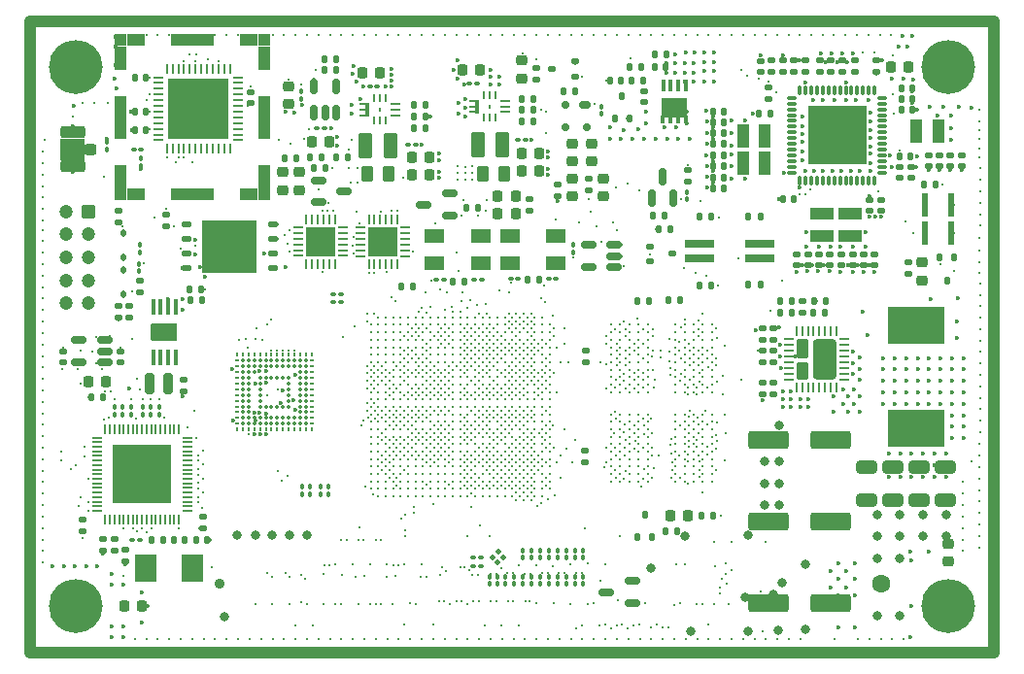
<source format=gbr>
%TF.GenerationSoftware,KiCad,Pcbnew,8.99.0-2767-g6be6680d8c*%
%TF.CreationDate,2024-10-27T19:28:18+01:00*%
%TF.ProjectId,SBC,5342432e-6b69-4636-9164-5f7063625858,rev?*%
%TF.SameCoordinates,Original*%
%TF.FileFunction,Soldermask,Top*%
%TF.FilePolarity,Negative*%
%FSLAX46Y46*%
G04 Gerber Fmt 4.6, Leading zero omitted, Abs format (unit mm)*
G04 Created by KiCad (PCBNEW 8.99.0-2767-g6be6680d8c) date 2024-10-27 19:28:18*
%MOMM*%
%LPD*%
G01*
G04 APERTURE LIST*
G04 Aperture macros list*
%AMRoundRect*
0 Rectangle with rounded corners*
0 $1 Rounding radius*
0 $2 $3 $4 $5 $6 $7 $8 $9 X,Y pos of 4 corners*
0 Add a 4 corners polygon primitive as box body*
4,1,4,$2,$3,$4,$5,$6,$7,$8,$9,$2,$3,0*
0 Add four circle primitives for the rounded corners*
1,1,$1+$1,$2,$3*
1,1,$1+$1,$4,$5*
1,1,$1+$1,$6,$7*
1,1,$1+$1,$8,$9*
0 Add four rect primitives between the rounded corners*
20,1,$1+$1,$2,$3,$4,$5,0*
20,1,$1+$1,$4,$5,$6,$7,0*
20,1,$1+$1,$6,$7,$8,$9,0*
20,1,$1+$1,$8,$9,$2,$3,0*%
G04 Aperture macros list end*
%ADD10C,1.000000*%
%ADD11RoundRect,0.218750X0.256250X-0.218750X0.256250X0.218750X-0.256250X0.218750X-0.256250X-0.218750X0*%
%ADD12RoundRect,0.135000X0.135000X0.185000X-0.135000X0.185000X-0.135000X-0.185000X0.135000X-0.185000X0*%
%ADD13RoundRect,0.135000X0.185000X-0.135000X0.185000X0.135000X-0.185000X0.135000X-0.185000X-0.135000X0*%
%ADD14RoundRect,0.250000X-0.350000X0.350000X-0.350000X-0.350000X0.350000X-0.350000X0.350000X0.350000X0*%
%ADD15C,1.200000*%
%ADD16RoundRect,0.125000X0.262500X0.125000X-0.262500X0.125000X-0.262500X-0.125000X0.262500X-0.125000X0*%
%ADD17R,4.700000X4.600000*%
%ADD18RoundRect,0.150000X0.512500X0.150000X-0.512500X0.150000X-0.512500X-0.150000X0.512500X-0.150000X0*%
%ADD19RoundRect,0.140000X-0.170000X0.140000X-0.170000X-0.140000X0.170000X-0.140000X0.170000X0.140000X0*%
%ADD20RoundRect,0.140000X0.140000X0.170000X-0.140000X0.170000X-0.140000X-0.170000X0.140000X-0.170000X0*%
%ADD21RoundRect,0.135000X-0.185000X0.135000X-0.185000X-0.135000X0.185000X-0.135000X0.185000X0.135000X0*%
%ADD22RoundRect,0.135000X-0.135000X-0.185000X0.135000X-0.185000X0.135000X0.185000X-0.135000X0.185000X0*%
%ADD23R,0.250000X0.700000*%
%ADD24R,0.900000X0.250000*%
%ADD25R,0.400000X1.250000*%
%ADD26R,0.250000X0.400000*%
%ADD27RoundRect,0.100000X-0.100000X0.130000X-0.100000X-0.130000X0.100000X-0.130000X0.100000X0.130000X0*%
%ADD28RoundRect,0.100000X0.130000X0.100000X-0.130000X0.100000X-0.130000X-0.100000X0.130000X-0.100000X0*%
%ADD29RoundRect,0.140000X0.170000X-0.140000X0.170000X0.140000X-0.170000X0.140000X-0.170000X-0.140000X0*%
%ADD30RoundRect,0.062500X0.062500X-0.337500X0.062500X0.337500X-0.062500X0.337500X-0.062500X-0.337500X0*%
%ADD31RoundRect,0.062500X0.337500X-0.062500X0.337500X0.062500X-0.337500X0.062500X-0.337500X-0.062500X0*%
%ADD32R,5.300000X5.300000*%
%ADD33R,2.000000X1.100000*%
%ADD34RoundRect,0.140000X-0.140000X-0.170000X0.140000X-0.170000X0.140000X0.170000X-0.140000X0.170000X0*%
%ADD35RoundRect,0.062500X-0.375000X-0.062500X0.375000X-0.062500X0.375000X0.062500X-0.375000X0.062500X0*%
%ADD36RoundRect,0.062500X-0.062500X-0.375000X0.062500X-0.375000X0.062500X0.375000X-0.062500X0.375000X0*%
%ADD37RoundRect,0.106599X0.418401X0.723401X-0.418401X0.723401X-0.418401X-0.723401X0.418401X-0.723401X0*%
%ADD38RoundRect,0.106599X0.418401X0.633401X-0.418401X0.633401X-0.418401X-0.633401X0.418401X-0.633401X0*%
%ADD39RoundRect,0.200000X0.785000X-1.540000X0.785000X1.540000X-0.785000X1.540000X-0.785000X-1.540000X0*%
%ADD40RoundRect,0.100000X-0.130000X-0.100000X0.130000X-0.100000X0.130000X0.100000X-0.130000X0.100000X0*%
%ADD41C,0.270000*%
%ADD42RoundRect,0.100000X0.100000X-0.130000X0.100000X0.130000X-0.100000X0.130000X-0.100000X-0.130000X0*%
%ADD43R,1.000000X1.000000*%
%ADD44R,1.000000X2.130000*%
%ADD45R,1.000000X3.800000*%
%ADD46R,1.650000X1.000000*%
%ADD47R,3.800000X1.000000*%
%ADD48RoundRect,0.225000X-0.225000X-0.250000X0.225000X-0.250000X0.225000X0.250000X-0.225000X0.250000X0*%
%ADD49RoundRect,0.250000X-0.650000X0.325000X-0.650000X-0.325000X0.650000X-0.325000X0.650000X0.325000X0*%
%ADD50RoundRect,0.218750X0.218750X0.256250X-0.218750X0.256250X-0.218750X-0.256250X0.218750X-0.256250X0*%
%ADD51R,1.100000X2.000000*%
%ADD52RoundRect,0.062500X-0.062500X0.375000X-0.062500X-0.375000X0.062500X-0.375000X0.062500X0.375000X0*%
%ADD53RoundRect,0.062500X-0.375000X0.062500X-0.375000X-0.062500X0.375000X-0.062500X0.375000X0.062500X0*%
%ADD54R,2.500000X2.500000*%
%ADD55RoundRect,0.225000X0.225000X0.250000X-0.225000X0.250000X-0.225000X-0.250000X0.225000X-0.250000X0*%
%ADD56RoundRect,0.250000X1.500000X0.550000X-1.500000X0.550000X-1.500000X-0.550000X1.500000X-0.550000X0*%
%ADD57RoundRect,0.112500X0.237500X-0.112500X0.237500X0.112500X-0.237500X0.112500X-0.237500X-0.112500X0*%
%ADD58RoundRect,0.218750X-0.218750X-0.256250X0.218750X-0.256250X0.218750X0.256250X-0.218750X0.256250X0*%
%ADD59O,0.200000X0.350000*%
%ADD60O,0.350000X0.200000*%
%ADD61C,0.350000*%
%ADD62RoundRect,0.112500X-0.237500X0.112500X-0.237500X-0.112500X0.237500X-0.112500X0.237500X0.112500X0*%
%ADD63RoundRect,0.225000X0.250000X-0.225000X0.250000X0.225000X-0.250000X0.225000X-0.250000X-0.225000X0*%
%ADD64R,0.450000X1.450000*%
%ADD65C,0.300000*%
%ADD66RoundRect,0.076200X1.066800X0.685800X-1.066800X0.685800X-1.066800X-0.685800X1.066800X-0.685800X0*%
%ADD67C,3.100000*%
%ADD68C,4.700000*%
%ADD69RoundRect,0.100000X-0.162635X0.021213X0.021213X-0.162635X0.162635X-0.021213X-0.021213X0.162635X0*%
%ADD70RoundRect,0.173913X-0.226087X-0.726087X0.226087X-0.726087X0.226087X0.726087X-0.226087X0.726087X0*%
%ADD71RoundRect,0.025000X-0.225000X-0.975000X0.225000X-0.975000X0.225000X0.975000X-0.225000X0.975000X0*%
%ADD72RoundRect,0.112500X0.112500X-0.187500X0.112500X0.187500X-0.112500X0.187500X-0.112500X-0.187500X0*%
%ADD73R,4.950000X3.175000*%
%ADD74C,0.330200*%
%ADD75RoundRect,0.067500X-0.357500X-0.067500X0.357500X-0.067500X0.357500X0.067500X-0.357500X0.067500X0*%
%ADD76RoundRect,0.067500X-0.067500X0.357500X-0.067500X-0.357500X0.067500X-0.357500X0.067500X0.357500X0*%
%ADD77R,5.060000X5.200000*%
%ADD78RoundRect,0.250000X0.262500X0.450000X-0.262500X0.450000X-0.262500X-0.450000X0.262500X-0.450000X0*%
%ADD79R,0.405000X0.990000*%
%ADD80R,2.235000X1.725000*%
%ADD81R,0.406250X0.760000*%
%ADD82R,1.900000X2.400000*%
%ADD83RoundRect,0.050000X0.362500X0.050000X-0.362500X0.050000X-0.362500X-0.050000X0.362500X-0.050000X0*%
%ADD84RoundRect,0.050000X0.050000X0.362500X-0.050000X0.362500X-0.050000X-0.362500X0.050000X-0.362500X0*%
%ADD85R,5.200000X5.200000*%
%ADD86RoundRect,0.218750X-0.256250X0.218750X-0.256250X-0.218750X0.256250X-0.218750X0.256250X0.218750X0*%
%ADD87R,2.650000X0.760000*%
%ADD88RoundRect,0.112500X-0.112500X-0.237500X0.112500X-0.237500X0.112500X0.237500X-0.112500X0.237500X0*%
%ADD89RoundRect,0.250000X-0.375000X-0.850000X0.375000X-0.850000X0.375000X0.850000X-0.375000X0.850000X0*%
%ADD90RoundRect,0.175000X-0.325000X0.175000X-0.325000X-0.175000X0.325000X-0.175000X0.325000X0.175000X0*%
%ADD91RoundRect,0.150000X-0.150000X0.200000X-0.150000X-0.200000X0.150000X-0.200000X0.150000X0.200000X0*%
%ADD92RoundRect,0.112500X0.112500X0.237500X-0.112500X0.237500X-0.112500X-0.237500X0.112500X-0.237500X0*%
%ADD93R,1.800000X1.200000*%
%ADD94RoundRect,0.250000X0.275000X0.250000X-0.275000X0.250000X-0.275000X-0.250000X0.275000X-0.250000X0*%
%ADD95RoundRect,0.250000X0.850000X0.275000X-0.850000X0.275000X-0.850000X-0.275000X0.850000X-0.275000X0*%
%ADD96RoundRect,0.225000X-0.250000X0.225000X-0.250000X-0.225000X0.250000X-0.225000X0.250000X0.225000X0*%
%ADD97RoundRect,0.150000X0.150000X-0.512500X0.150000X0.512500X-0.150000X0.512500X-0.150000X-0.512500X0*%
%ADD98RoundRect,0.150000X-0.512500X-0.150000X0.512500X-0.150000X0.512500X0.150000X-0.512500X0.150000X0*%
%ADD99RoundRect,0.150000X0.150000X-0.587500X0.150000X0.587500X-0.150000X0.587500X-0.150000X-0.587500X0*%
%ADD100C,1.600000*%
%ADD101C,0.900000*%
%ADD102C,0.800000*%
%ADD103C,0.360000*%
G04 APERTURE END LIST*
D10*
X57565481Y-77545014D02*
X141565481Y-77545014D01*
X141565481Y-132545014D01*
X57565481Y-132545014D01*
X57565481Y-77545014D01*
%TO.C,J3*%
G36*
X62303481Y-89639014D02*
G01*
X60213481Y-89639014D01*
X60213481Y-87759014D01*
X62303481Y-87759014D01*
X62303481Y-89639014D01*
G37*
%TD*%
D11*
%TO.C,D4*%
X104809481Y-89762514D03*
X104809481Y-88187514D03*
%TD*%
D12*
%TO.C,R85*%
X96565081Y-93818814D03*
X95545081Y-93818814D03*
%TD*%
D13*
%TO.C,R108*%
X62148081Y-122014814D03*
X62148081Y-120994814D03*
%TD*%
D14*
%TO.C,J2*%
X62677481Y-94118014D03*
D15*
X60677481Y-94118014D03*
X62677481Y-96118014D03*
X60677481Y-96118014D03*
X62677481Y-98118014D03*
X60677481Y-98118014D03*
X62677481Y-100118014D03*
X60677481Y-100118014D03*
X62677481Y-102118014D03*
X60677481Y-102118014D03*
%TD*%
D16*
%TO.C,U14*%
X78702681Y-99079314D03*
X78702681Y-97809314D03*
X78702681Y-96539314D03*
X78702681Y-95269314D03*
X71202681Y-95269314D03*
X71202681Y-96539314D03*
X71202681Y-97809314D03*
X71202681Y-99079314D03*
D17*
X74952681Y-97174314D03*
%TD*%
D18*
%TO.C,U10*%
X108486981Y-98951014D03*
X108486981Y-98001014D03*
X108486981Y-97051014D03*
X106211981Y-97051014D03*
X106211981Y-98951014D03*
%TD*%
D12*
%TO.C,R78*%
X113925481Y-121995014D03*
X112905481Y-121995014D03*
%TD*%
D19*
%TO.C,C17*%
X122343462Y-109070028D03*
X122343462Y-110030028D03*
%TD*%
D20*
%TO.C,C61*%
X124120000Y-93030400D03*
X123160000Y-93030400D03*
%TD*%
D13*
%TO.C,R3*%
X122318462Y-105355028D03*
X122318462Y-104335028D03*
%TD*%
D19*
%TO.C,C328*%
X65882500Y-123650400D03*
X65882500Y-124610400D03*
%TD*%
D21*
%TO.C,R32*%
X106206481Y-91256014D03*
X106206481Y-92276014D03*
%TD*%
D22*
%TO.C,R87*%
X71517481Y-101818014D03*
X72537481Y-101818014D03*
%TD*%
D20*
%TO.C,C55*%
X118023462Y-92112527D03*
X117063462Y-92112527D03*
%TD*%
D19*
%TO.C,C318*%
X63920000Y-122712900D03*
X63920000Y-123672900D03*
%TD*%
%TO.C,C35*%
X129243462Y-97877528D03*
X129243462Y-98837528D03*
%TD*%
D11*
%TO.C,D5*%
X135314881Y-100151114D03*
X135314881Y-98576114D03*
%TD*%
D23*
%TO.C,U5*%
X87552481Y-86170014D03*
X88052481Y-86170014D03*
X88552481Y-86170014D03*
D24*
X89402481Y-85720014D03*
X89402481Y-85220014D03*
X89402481Y-84720014D03*
D23*
X88552481Y-84270014D03*
X88052481Y-84270014D03*
X87552481Y-84270014D03*
D24*
X86702481Y-85720014D03*
X86702481Y-85220014D03*
D25*
X86952481Y-85220014D03*
D24*
X86702481Y-84720014D03*
D26*
X88052481Y-85220014D03*
%TD*%
D27*
%TO.C,R42*%
X99714681Y-125960014D03*
X99714681Y-126600014D03*
%TD*%
D28*
%TO.C,R110*%
X67102500Y-122730400D03*
X66462500Y-122730400D03*
%TD*%
D22*
%TO.C,R24*%
X83217481Y-81818014D03*
X84237481Y-81818014D03*
%TD*%
D13*
%TO.C,R91*%
X65240000Y-95060000D03*
X65240000Y-94040000D03*
%TD*%
D29*
%TO.C,C64*%
X111093000Y-84608000D03*
X111093000Y-83648000D03*
%TD*%
D27*
%TO.C,R102*%
X65627881Y-111202614D03*
X65627881Y-111842614D03*
%TD*%
D13*
%TO.C,R10*%
X129458462Y-81970028D03*
X129458462Y-80950028D03*
%TD*%
D27*
%TO.C,C66*%
X81227481Y-83685514D03*
X81227481Y-84325514D03*
%TD*%
D19*
%TO.C,C40*%
X130193462Y-97877528D03*
X130193462Y-98837528D03*
%TD*%
D30*
%TO.C,U19*%
X69477481Y-88618014D03*
X69977481Y-88618014D03*
X70477481Y-88618014D03*
X70977481Y-88618014D03*
X71477481Y-88618014D03*
X71977481Y-88618014D03*
X72477481Y-88618014D03*
X72977481Y-88618014D03*
X73477481Y-88618014D03*
X73977481Y-88618014D03*
X74477481Y-88618014D03*
X74977481Y-88618014D03*
D31*
X75677481Y-87918014D03*
X75677481Y-87418014D03*
X75677481Y-86918014D03*
X75677481Y-86418014D03*
X75677481Y-85918014D03*
X75677481Y-85418014D03*
X75677481Y-84918014D03*
X75677481Y-84418014D03*
X75677481Y-83918014D03*
X75677481Y-83418014D03*
X75677481Y-82918014D03*
X75677481Y-82418014D03*
D30*
X74977481Y-81718014D03*
X74477481Y-81718014D03*
X73977481Y-81718014D03*
X73477481Y-81718014D03*
X72977481Y-81718014D03*
X72477481Y-81718014D03*
X71977481Y-81718014D03*
X71477481Y-81718014D03*
X70977481Y-81718014D03*
X70477481Y-81718014D03*
X69977481Y-81718014D03*
X69477481Y-81718014D03*
D31*
X68777481Y-82418014D03*
X68777481Y-82918014D03*
X68777481Y-83418014D03*
X68777481Y-83918014D03*
X68777481Y-84418014D03*
X68777481Y-84918014D03*
X68777481Y-85418014D03*
X68777481Y-85918014D03*
X68777481Y-86418014D03*
X68777481Y-86918014D03*
X68777481Y-87418014D03*
X68777481Y-87918014D03*
D32*
X72227481Y-85168014D03*
%TD*%
D19*
%TO.C,C39*%
X137780000Y-89230400D03*
X137780000Y-90190400D03*
%TD*%
%TO.C,C60*%
X130755962Y-93090028D03*
X130755962Y-94050028D03*
%TD*%
D33*
%TO.C,L5*%
X126593462Y-94325028D03*
X126593462Y-96225028D03*
%TD*%
D34*
%TO.C,C63*%
X133505962Y-85270028D03*
X134465962Y-85270028D03*
%TD*%
D35*
%TO.C,U2*%
X123655962Y-105270028D03*
X123655962Y-105770028D03*
X123655962Y-106270028D03*
X123655962Y-106770028D03*
X123655962Y-107270028D03*
X123655962Y-107770028D03*
X123655962Y-108270028D03*
X123655962Y-108770028D03*
D36*
X124343462Y-109457528D03*
X124843462Y-109457528D03*
X125343462Y-109457528D03*
X125843462Y-109457528D03*
X126343462Y-109457528D03*
X126843462Y-109457528D03*
X127343462Y-109457528D03*
X127843462Y-109457528D03*
D35*
X128530962Y-108770028D03*
X128530962Y-108270028D03*
X128530962Y-107770028D03*
X128530962Y-107270028D03*
X128530962Y-106770028D03*
X128530962Y-106270028D03*
X128530962Y-105770028D03*
X128530962Y-105270028D03*
D36*
X127843462Y-104582528D03*
X127343462Y-104582528D03*
X126843462Y-104582528D03*
X126343462Y-104582528D03*
X125843462Y-104582528D03*
X125343462Y-104582528D03*
X124843462Y-104582528D03*
X124343462Y-104582528D03*
D37*
X124878462Y-106110028D03*
D38*
X124878462Y-108020028D03*
D39*
X126848462Y-107020028D03*
%TD*%
D27*
%TO.C,C98*%
X81940400Y-118145600D03*
X81940400Y-118785600D03*
%TD*%
D40*
%TO.C,C75*%
X90526481Y-88268014D03*
X91166481Y-88268014D03*
%TD*%
D19*
%TO.C,C1*%
X121365481Y-109065014D03*
X121365481Y-110025014D03*
%TD*%
D13*
%TO.C,R1*%
X122318462Y-107280028D03*
X122318462Y-106260028D03*
%TD*%
D41*
%TO.C,U12*%
X108195000Y-104005400D03*
X108995000Y-104005400D03*
X109795000Y-104005400D03*
X110595000Y-104005400D03*
X111395000Y-104005400D03*
X113795000Y-104005400D03*
X114595000Y-104005400D03*
X115395000Y-104005400D03*
X116195000Y-104005400D03*
X116995000Y-104005400D03*
X108195000Y-117005400D03*
X108995000Y-117005400D03*
X109795000Y-117005400D03*
X110595000Y-117005400D03*
X111395000Y-117005400D03*
X113795000Y-117005400D03*
X114595000Y-117005400D03*
X115395000Y-117005400D03*
X116195000Y-117005400D03*
X116995000Y-117005400D03*
X108195000Y-117655400D03*
X108995000Y-117655400D03*
X109795000Y-117655400D03*
X110595000Y-117655400D03*
X111395000Y-117655400D03*
X113795000Y-117655400D03*
X114595000Y-117655400D03*
X115395000Y-117655400D03*
X116195000Y-117655400D03*
X116995000Y-117655400D03*
X108195000Y-104655400D03*
X108995000Y-104655400D03*
X109795000Y-104655400D03*
X110595000Y-104655400D03*
X111395000Y-104655400D03*
X113795000Y-104655400D03*
X114595000Y-104655400D03*
X115395000Y-104655400D03*
X116195000Y-104655400D03*
X116995000Y-104655400D03*
X108195000Y-105305400D03*
X108995000Y-105305400D03*
X109795000Y-105305400D03*
X110595000Y-105305400D03*
X111395000Y-105305400D03*
X113795000Y-105305400D03*
X114595000Y-105305400D03*
X115395000Y-105305400D03*
X116195000Y-105305400D03*
X116995000Y-105305400D03*
X108195000Y-105955400D03*
X108995000Y-105955400D03*
X109795000Y-105955400D03*
X110595000Y-105955400D03*
X111395000Y-105955400D03*
X113795000Y-105955400D03*
X114595000Y-105955400D03*
X115395000Y-105955400D03*
X116195000Y-105955400D03*
X116995000Y-105955400D03*
X108195000Y-106605400D03*
X108995000Y-106605400D03*
X109795000Y-106605400D03*
X110595000Y-106605400D03*
X111395000Y-106605400D03*
X113795000Y-106605400D03*
X114595000Y-106605400D03*
X115395000Y-106605400D03*
X116195000Y-106605400D03*
X116995000Y-106605400D03*
X108195000Y-107255400D03*
X108995000Y-107255400D03*
X109795000Y-107255400D03*
X110595000Y-107255400D03*
X111395000Y-107255400D03*
X113795000Y-107255400D03*
X114595000Y-107255400D03*
X115395000Y-107255400D03*
X116195000Y-107255400D03*
X116995000Y-107255400D03*
X108195000Y-107905400D03*
X108995000Y-107905400D03*
X109795000Y-107905400D03*
X110595000Y-107905400D03*
X111395000Y-107905400D03*
X113795000Y-107905400D03*
X114595000Y-107905400D03*
X115395000Y-107905400D03*
X116195000Y-107905400D03*
X116995000Y-107905400D03*
X108195000Y-108555400D03*
X108995000Y-108555400D03*
X109795000Y-108555400D03*
X110595000Y-108555400D03*
X111395000Y-108555400D03*
X113795000Y-108555400D03*
X114595000Y-108555400D03*
X115395000Y-108555400D03*
X116195000Y-108555400D03*
X116995000Y-108555400D03*
X108195000Y-109205400D03*
X108995000Y-109205400D03*
X109795000Y-109205400D03*
X110595000Y-109205400D03*
X111395000Y-109205400D03*
X113795000Y-109205400D03*
X114595000Y-109205400D03*
X115395000Y-109205400D03*
X116195000Y-109205400D03*
X116995000Y-109205400D03*
X108195000Y-109855400D03*
X108995000Y-109855400D03*
X109795000Y-109855400D03*
X110595000Y-109855400D03*
X111395000Y-109855400D03*
X113795000Y-109855400D03*
X114595000Y-109855400D03*
X115395000Y-109855400D03*
X116195000Y-109855400D03*
X116995000Y-109855400D03*
X108195000Y-111805400D03*
X108995000Y-111805400D03*
X109795000Y-111805400D03*
X110595000Y-111805400D03*
X111395000Y-111805400D03*
X113795000Y-111805400D03*
X114595000Y-111805400D03*
X115395000Y-111805400D03*
X116195000Y-111805400D03*
X116995000Y-111805400D03*
X108195000Y-112455400D03*
X108995000Y-112455400D03*
X109795000Y-112455400D03*
X110595000Y-112455400D03*
X111395000Y-112455400D03*
X113795000Y-112455400D03*
X114595000Y-112455400D03*
X115395000Y-112455400D03*
X116195000Y-112455400D03*
X116995000Y-112455400D03*
X108195000Y-113105400D03*
X108995000Y-113105400D03*
X109795000Y-113105400D03*
X110595000Y-113105400D03*
X111395000Y-113105400D03*
X113795000Y-113105400D03*
X114595000Y-113105400D03*
X115395000Y-113105400D03*
X116195000Y-113105400D03*
X116995000Y-113105400D03*
X108195000Y-113755400D03*
X108995000Y-113755400D03*
X109795000Y-113755400D03*
X110595000Y-113755400D03*
X111395000Y-113755400D03*
X113795000Y-113755400D03*
X114595000Y-113755400D03*
X115395000Y-113755400D03*
X116195000Y-113755400D03*
X116995000Y-113755400D03*
X108195000Y-114405400D03*
X108995000Y-114405400D03*
X109795000Y-114405400D03*
X110595000Y-114405400D03*
X111395000Y-114405400D03*
X113795000Y-114405400D03*
X114595000Y-114405400D03*
X115395000Y-114405400D03*
X116195000Y-114405400D03*
X116995000Y-114405400D03*
X108195000Y-115055400D03*
X108995000Y-115055400D03*
X109795000Y-115055400D03*
X110595000Y-115055400D03*
X111395000Y-115055400D03*
X113795000Y-115055400D03*
X114595000Y-115055400D03*
X115395000Y-115055400D03*
X116195000Y-115055400D03*
X116995000Y-115055400D03*
X108195000Y-115705400D03*
X108995000Y-115705400D03*
X109795000Y-115705400D03*
X110595000Y-115705400D03*
X111395000Y-115705400D03*
X113795000Y-115705400D03*
X114595000Y-115705400D03*
X115395000Y-115705400D03*
X116195000Y-115705400D03*
X116995000Y-115705400D03*
X108195000Y-116355400D03*
X108995000Y-116355400D03*
X109795000Y-116355400D03*
X110595000Y-116355400D03*
X111395000Y-116355400D03*
X113795000Y-116355400D03*
X114595000Y-116355400D03*
X115395000Y-116355400D03*
X116195000Y-116355400D03*
X116995000Y-116355400D03*
%TD*%
D42*
%TO.C,C314*%
X64262481Y-88699014D03*
X64262481Y-88059014D03*
%TD*%
D43*
%TO.C,J4*%
X65444481Y-79175014D03*
D44*
X65444481Y-80740014D03*
D45*
X65444481Y-85905014D03*
D44*
X65444481Y-91070014D03*
D43*
X65444481Y-92635014D03*
D46*
X66769481Y-79175014D03*
X66769481Y-92635014D03*
D47*
X71694481Y-79175014D03*
X71694481Y-92635014D03*
D46*
X76619481Y-79175014D03*
X76619481Y-92635014D03*
D43*
X77944481Y-79175014D03*
D44*
X77944481Y-80740014D03*
D45*
X77944481Y-85905014D03*
D44*
X77944481Y-91070014D03*
D43*
X77944481Y-92635014D03*
%TD*%
D20*
%TO.C,C317*%
X67657481Y-85418014D03*
X66697481Y-85418014D03*
%TD*%
D48*
%TO.C,C76*%
X90833481Y-90935014D03*
X92383481Y-90935014D03*
%TD*%
D12*
%TO.C,R18*%
X111003000Y-82728000D03*
X109983000Y-82728000D03*
%TD*%
D21*
%TO.C,R15*%
X124143462Y-80935028D03*
X124143462Y-81955028D03*
%TD*%
D27*
%TO.C,C100*%
X83566000Y-118145600D03*
X83566000Y-118785600D03*
%TD*%
D49*
%TO.C,C47*%
X130443462Y-116370028D03*
X130443462Y-119320028D03*
%TD*%
D12*
%TO.C,R68*%
X111503000Y-101924200D03*
X110483000Y-101924200D03*
%TD*%
D50*
%TO.C,D8*%
X99892581Y-94301414D03*
X98317581Y-94301414D03*
%TD*%
D21*
%TO.C,R7*%
X124875481Y-101910614D03*
X124875481Y-102930614D03*
%TD*%
D51*
%TO.C,L1*%
X121568462Y-87525028D03*
X119668462Y-87525028D03*
%TD*%
D42*
%TO.C,R49*%
X102762681Y-126600014D03*
X102762681Y-125960014D03*
%TD*%
D40*
%TO.C,C108*%
X96182481Y-125029214D03*
X96822481Y-125029214D03*
%TD*%
D52*
%TO.C,U15*%
X89575481Y-94817714D03*
X89075481Y-94817714D03*
X88575481Y-94817714D03*
X88075481Y-94817714D03*
X87575481Y-94817714D03*
X87075481Y-94817714D03*
D53*
X86387981Y-95505214D03*
X86387981Y-96005214D03*
X86387981Y-96505214D03*
X86387981Y-97005214D03*
X86387981Y-97505214D03*
X86387981Y-98005214D03*
D52*
X87075481Y-98692714D03*
X87575481Y-98692714D03*
X88075481Y-98692714D03*
X88575481Y-98692714D03*
X89075481Y-98692714D03*
X89575481Y-98692714D03*
D53*
X90262981Y-98005214D03*
X90262981Y-97505214D03*
X90262981Y-97005214D03*
X90262981Y-96505214D03*
X90262981Y-96005214D03*
X90262981Y-95505214D03*
D54*
X88325481Y-96755214D03*
%TD*%
D12*
%TO.C,R90*%
X80800881Y-89474314D03*
X79780881Y-89474314D03*
%TD*%
D55*
%TO.C,C288*%
X134115481Y-81545014D03*
X132565481Y-81545014D03*
%TD*%
D40*
%TO.C,C87*%
X95853286Y-82964214D03*
X96493286Y-82964214D03*
%TD*%
D27*
%TO.C,C150*%
X104916581Y-97051014D03*
X104916581Y-97691014D03*
%TD*%
D21*
%TO.C,R60*%
X114865481Y-90535014D03*
X114865481Y-91555014D03*
%TD*%
D20*
%TO.C,C50*%
X118023462Y-90175861D03*
X117063462Y-90175861D03*
%TD*%
D13*
%TO.C,R11*%
X123193462Y-81955028D03*
X123193462Y-80935028D03*
%TD*%
D56*
%TO.C,C20*%
X127293462Y-121170028D03*
X121893462Y-121170028D03*
%TD*%
D42*
%TO.C,R52*%
X104286681Y-126600014D03*
X104286681Y-125960014D03*
%TD*%
D48*
%TO.C,C86*%
X100412286Y-90584214D03*
X101962286Y-90584214D03*
%TD*%
D51*
%TO.C,L4*%
X134818462Y-87125028D03*
X136718462Y-87125028D03*
%TD*%
D20*
%TO.C,C45*%
X118023462Y-89207528D03*
X117063462Y-89207528D03*
%TD*%
D48*
%TO.C,C74*%
X82094481Y-88033514D03*
X83644481Y-88033514D03*
%TD*%
D50*
%TO.C,D7*%
X99892581Y-92802814D03*
X98317581Y-92802814D03*
%TD*%
D27*
%TO.C,R104*%
X67380481Y-111177214D03*
X67380481Y-111817214D03*
%TD*%
D57*
%TO.C,Q3*%
X105030562Y-82347095D03*
X105030562Y-81047095D03*
X103030562Y-81697095D03*
%TD*%
D19*
%TO.C,C54*%
X131705962Y-93090028D03*
X131705962Y-94050028D03*
%TD*%
D20*
%TO.C,C316*%
X67657481Y-87018014D03*
X66697481Y-87018014D03*
%TD*%
D19*
%TO.C,C26*%
X128318462Y-80965028D03*
X128318462Y-81925028D03*
%TD*%
D42*
%TO.C,R47*%
X100527481Y-126600014D03*
X100527481Y-125960014D03*
%TD*%
D58*
%TO.C,FB8*%
X62632500Y-108992900D03*
X64207500Y-108992900D03*
%TD*%
D12*
%TO.C,R26*%
X91991481Y-86871014D03*
X90971481Y-86871014D03*
%TD*%
D40*
%TO.C,C163*%
X102743481Y-99963014D03*
X103383481Y-99963014D03*
%TD*%
D29*
%TO.C,C65*%
X65470000Y-107258462D03*
X65470000Y-106298462D03*
%TD*%
D22*
%TO.C,R80*%
X115934681Y-94563014D03*
X116954681Y-94563014D03*
%TD*%
D51*
%TO.C,L2*%
X121568462Y-89925028D03*
X119668462Y-89925028D03*
%TD*%
D48*
%TO.C,C77*%
X86515481Y-82045014D03*
X88065481Y-82045014D03*
%TD*%
D59*
%TO.C,U13*%
X75600000Y-106625000D03*
X76100000Y-106625000D03*
X76600000Y-106625000D03*
X77100000Y-106625000D03*
X77600000Y-106625000D03*
X78100000Y-106625000D03*
X78600000Y-106625000D03*
X79100000Y-106625000D03*
X79600000Y-106625000D03*
X80100000Y-106625000D03*
X80600000Y-106625000D03*
X81100000Y-106625000D03*
X81600000Y-106625000D03*
X82100000Y-106625000D03*
D60*
X75600000Y-107125000D03*
D61*
X76100000Y-107125000D03*
X76600000Y-107125000D03*
X77100000Y-107125000D03*
X77600000Y-107125000D03*
X78100000Y-107125000D03*
X78600000Y-107125000D03*
X79100000Y-107125000D03*
X79600000Y-107125000D03*
X80100000Y-107125000D03*
X80600000Y-107125000D03*
X81100000Y-107125000D03*
X81600000Y-107125000D03*
D60*
X82100000Y-107125000D03*
X75600000Y-107625000D03*
D61*
X76100000Y-107625000D03*
X76600000Y-107625000D03*
X77100000Y-107625000D03*
X77600000Y-107625000D03*
X78100000Y-107625000D03*
X78600000Y-107625000D03*
X79100000Y-107625000D03*
X79600000Y-107625000D03*
X80100000Y-107625000D03*
X80600000Y-107625000D03*
X81100000Y-107625000D03*
X81600000Y-107625000D03*
D60*
X82100000Y-107625000D03*
X75600000Y-108125000D03*
D61*
X76100000Y-108125000D03*
X76600000Y-108125000D03*
X77100000Y-108125000D03*
X81100000Y-108125000D03*
X81600000Y-108125000D03*
D60*
X82100000Y-108125000D03*
X75600000Y-108625000D03*
D61*
X76100000Y-108625000D03*
X76600000Y-108625000D03*
X77600000Y-108625000D03*
X78100000Y-108625000D03*
X78600000Y-108625000D03*
X79100000Y-108625000D03*
X79600000Y-108625000D03*
X80100000Y-108625000D03*
X81100000Y-108625000D03*
X81600000Y-108625000D03*
D60*
X82100000Y-108625000D03*
X75600000Y-109125000D03*
D61*
X76100000Y-109125000D03*
X76600000Y-109125000D03*
X77600000Y-109125000D03*
X80100000Y-109125000D03*
X81100000Y-109125000D03*
X81600000Y-109125000D03*
D60*
X82100000Y-109125000D03*
X75600000Y-109625000D03*
D61*
X76100000Y-109625000D03*
X76600000Y-109625000D03*
X77600000Y-109625000D03*
X80100000Y-109625000D03*
X81100000Y-109625000D03*
X81600000Y-109625000D03*
D60*
X82100000Y-109625000D03*
X75600000Y-110125000D03*
D61*
X76100000Y-110125000D03*
X76600000Y-110125000D03*
X77600000Y-110125000D03*
X80100000Y-110125000D03*
X81100000Y-110125000D03*
X81600000Y-110125000D03*
D60*
X82100000Y-110125000D03*
X75600000Y-110625000D03*
D61*
X76100000Y-110625000D03*
X76600000Y-110625000D03*
X77600000Y-110625000D03*
X80100000Y-110625000D03*
X81100000Y-110625000D03*
X81600000Y-110625000D03*
D60*
X82100000Y-110625000D03*
X75600000Y-111125000D03*
D61*
X76100000Y-111125000D03*
X76600000Y-111125000D03*
X77600000Y-111125000D03*
X78100000Y-111125000D03*
X78600000Y-111125000D03*
X79100000Y-111125000D03*
X79600000Y-111125000D03*
X80100000Y-111125000D03*
X81100000Y-111125000D03*
X81600000Y-111125000D03*
D60*
X82100000Y-111125000D03*
X75600000Y-111625000D03*
D61*
X76100000Y-111625000D03*
X76600000Y-111625000D03*
X81100000Y-111625000D03*
X81600000Y-111625000D03*
D60*
X82100000Y-111625000D03*
X75600000Y-112125000D03*
D61*
X76100000Y-112125000D03*
X76600000Y-112125000D03*
X77100000Y-112125000D03*
X77600000Y-112125000D03*
X78100000Y-112125000D03*
X78600000Y-112125000D03*
X79100000Y-112125000D03*
X79600000Y-112125000D03*
X80100000Y-112125000D03*
X80600000Y-112125000D03*
X81100000Y-112125000D03*
X81600000Y-112125000D03*
D60*
X82100000Y-112125000D03*
X75600000Y-112625000D03*
D61*
X76100000Y-112625000D03*
X76600000Y-112625000D03*
X77100000Y-112625000D03*
X77600000Y-112625000D03*
X78100000Y-112625000D03*
X78600000Y-112625000D03*
X79100000Y-112625000D03*
X79600000Y-112625000D03*
X80100000Y-112625000D03*
X80600000Y-112625000D03*
X81100000Y-112625000D03*
X81600000Y-112625000D03*
D60*
X82100000Y-112625000D03*
D59*
X75600000Y-113125000D03*
X76100000Y-113125000D03*
X76600000Y-113125000D03*
X77100000Y-113125000D03*
X77600000Y-113125000D03*
X78100000Y-113125000D03*
X78600000Y-113125000D03*
X79100000Y-113125000D03*
X79600000Y-113125000D03*
X80100000Y-113125000D03*
X80600000Y-113125000D03*
X81100000Y-113125000D03*
X81600000Y-113125000D03*
X82100000Y-113125000D03*
%TD*%
D21*
%TO.C,R13*%
X122193462Y-80935028D03*
X122193462Y-81955028D03*
%TD*%
D22*
%TO.C,R20*%
X84214981Y-89418014D03*
X85234981Y-89418014D03*
%TD*%
D48*
%TO.C,C78*%
X90833481Y-89411014D03*
X92383481Y-89411014D03*
%TD*%
D56*
%TO.C,C27*%
X127293462Y-114070028D03*
X121893462Y-114070028D03*
%TD*%
D40*
%TO.C,C79*%
X87158481Y-83188014D03*
X87798481Y-83188014D03*
%TD*%
D13*
%TO.C,R76*%
X134070281Y-99594214D03*
X134070281Y-98574214D03*
%TD*%
D27*
%TO.C,C97*%
X81229200Y-118145600D03*
X81229200Y-118785600D03*
%TD*%
D13*
%TO.C,R2*%
X121365481Y-107255014D03*
X121365481Y-106235014D03*
%TD*%
D22*
%TO.C,R79*%
X120172481Y-94563014D03*
X121192481Y-94563014D03*
%TD*%
D33*
%TO.C,L3*%
X128993462Y-94325028D03*
X128993462Y-96225028D03*
%TD*%
D28*
%TO.C,C133*%
X93604481Y-100090014D03*
X92964481Y-100090014D03*
%TD*%
D27*
%TO.C,C107*%
X105759881Y-123674014D03*
X105759881Y-124314014D03*
%TD*%
D62*
%TO.C,Q7*%
X111565481Y-97151514D03*
X111565481Y-98451514D03*
X113565481Y-97801514D03*
%TD*%
D20*
%TO.C,C51*%
X118023462Y-87307528D03*
X117063462Y-87307528D03*
%TD*%
D63*
%TO.C,C81*%
X107476481Y-92798014D03*
X107476481Y-91248014D03*
%TD*%
D27*
%TO.C,R45*%
X105048681Y-125960014D03*
X105048681Y-126600014D03*
%TD*%
D64*
%TO.C,U6*%
X68276281Y-106859014D03*
X68926281Y-106859014D03*
X69576281Y-106859014D03*
X70226281Y-106859014D03*
X70226281Y-102459014D03*
X69576281Y-102459014D03*
X68926281Y-102459014D03*
D65*
X68751281Y-105159014D03*
X69251281Y-105159014D03*
X69751281Y-105159014D03*
D66*
X69251281Y-104659014D03*
D65*
X68751281Y-104159014D03*
X69251281Y-104159014D03*
X69751281Y-104159014D03*
D64*
X68276281Y-102459014D03*
%TD*%
D67*
%TO.C,H3*%
X61565481Y-81545014D03*
D68*
X61565481Y-81545014D03*
%TD*%
D69*
%TO.C,C103*%
X97876207Y-124291740D03*
X98328755Y-124744288D03*
%TD*%
D27*
%TO.C,R44*%
X105759881Y-125960014D03*
X105759881Y-126600014D03*
%TD*%
%TO.C,R105*%
X68091681Y-111177214D03*
X68091681Y-111817214D03*
%TD*%
D22*
%TO.C,R36*%
X89882881Y-100676814D03*
X90902881Y-100676814D03*
%TD*%
D63*
%TO.C,C291*%
X137567200Y-124662600D03*
X137567200Y-123112600D03*
%TD*%
D12*
%TO.C,R19*%
X82987481Y-89418014D03*
X81967481Y-89418014D03*
%TD*%
D19*
%TO.C,C33*%
X127243462Y-97877528D03*
X127243462Y-98837528D03*
%TD*%
D21*
%TO.C,R58*%
X121915481Y-83285014D03*
X121915481Y-84305014D03*
%TD*%
D22*
%TO.C,R82*%
X115934681Y-100557414D03*
X116954681Y-100557414D03*
%TD*%
D40*
%TO.C,C83*%
X100105286Y-87917214D03*
X100745286Y-87917214D03*
%TD*%
D42*
%TO.C,R53*%
X103575481Y-126600014D03*
X103575481Y-125960014D03*
%TD*%
D20*
%TO.C,C16*%
X134465962Y-83370028D03*
X133505962Y-83370028D03*
%TD*%
D70*
%TO.C,L7*%
X69602881Y-109160414D03*
X68002881Y-109160414D03*
%TD*%
D71*
%TO.C,SW2*%
X137815481Y-96045014D03*
X135515481Y-96045014D03*
%TD*%
D22*
%TO.C,R109*%
X68172500Y-122730400D03*
X69192500Y-122730400D03*
%TD*%
D71*
%TO.C,SW1*%
X137815481Y-93545014D03*
X135515481Y-93545014D03*
%TD*%
D67*
%TO.C,H1*%
X137565481Y-81545014D03*
D68*
X137565481Y-81545014D03*
%TD*%
D29*
%TO.C,C49*%
X121193462Y-81945028D03*
X121193462Y-80985028D03*
%TD*%
D49*
%TO.C,C43*%
X132743462Y-116370028D03*
X132743462Y-119320028D03*
%TD*%
D12*
%TO.C,R59*%
X136475481Y-91745014D03*
X135455481Y-91745014D03*
%TD*%
D72*
%TO.C,D10*%
X65720000Y-98130000D03*
X65720000Y-96030000D03*
%TD*%
D73*
%TO.C,L6*%
X134793462Y-104012528D03*
X134793462Y-113027528D03*
%TD*%
D27*
%TO.C,C101*%
X105048681Y-123674014D03*
X105048681Y-124314014D03*
%TD*%
D74*
%TO.C,U9*%
X87245000Y-118305400D03*
X87245000Y-117655400D03*
X87245000Y-117005400D03*
X87245000Y-116355400D03*
X87245000Y-115705400D03*
X87245000Y-115055400D03*
X87245000Y-114405400D03*
X87245000Y-113755400D03*
X87245000Y-113105400D03*
X87245000Y-112455400D03*
X87245000Y-111805400D03*
X87245000Y-111155400D03*
X87245000Y-110505400D03*
X87245000Y-109855400D03*
X87245000Y-109205400D03*
X87245000Y-108555400D03*
X87245000Y-107905400D03*
X87245000Y-107255400D03*
X87245000Y-106605400D03*
X87245000Y-105955400D03*
X87245000Y-105305400D03*
X87245000Y-104655400D03*
X87245000Y-104005400D03*
X100245000Y-118955400D03*
X100245000Y-118305400D03*
X100245000Y-117655400D03*
X100245000Y-117005400D03*
X100245000Y-116355400D03*
X100245000Y-115705400D03*
X100245000Y-115055400D03*
X100245000Y-114405400D03*
X100245000Y-113755400D03*
X100245000Y-113105400D03*
X100245000Y-112455400D03*
X100245000Y-111805400D03*
X100245000Y-111155400D03*
X100245000Y-110505400D03*
X100245000Y-109855400D03*
X100245000Y-109205400D03*
X100245000Y-108555400D03*
X100245000Y-107905400D03*
X100245000Y-107255400D03*
X100245000Y-106605400D03*
X100245000Y-105955400D03*
X100245000Y-105305400D03*
X100245000Y-104655400D03*
X100245000Y-104005400D03*
X100245000Y-103355400D03*
X100895000Y-118955400D03*
X100895000Y-118305400D03*
X100895000Y-117655400D03*
X100895000Y-117005400D03*
X100895000Y-116355400D03*
X100895000Y-115705400D03*
X100895000Y-115055400D03*
X100895000Y-114405400D03*
X100895000Y-113755400D03*
X100895000Y-113105400D03*
X100895000Y-112455400D03*
X100895000Y-111805400D03*
X100895000Y-111155400D03*
X100895000Y-110505400D03*
X100895000Y-109855400D03*
X100895000Y-109205400D03*
X100895000Y-108555400D03*
X100895000Y-107905400D03*
X100895000Y-107255400D03*
X100895000Y-106605400D03*
X100895000Y-105955400D03*
X100895000Y-105305400D03*
X100895000Y-104655400D03*
X100895000Y-104005400D03*
X100895000Y-103355400D03*
X101545000Y-118955400D03*
X101545000Y-118305400D03*
X101545000Y-117655400D03*
X101545000Y-117005400D03*
X101545000Y-116355400D03*
X101545000Y-115705400D03*
X101545000Y-115055400D03*
X101545000Y-114405400D03*
X101545000Y-113755400D03*
X101545000Y-113105400D03*
X101545000Y-112455400D03*
X101545000Y-111805400D03*
X101545000Y-111155400D03*
X101545000Y-110505400D03*
X101545000Y-109855400D03*
X101545000Y-109205400D03*
X101545000Y-108555400D03*
X101545000Y-107905400D03*
X101545000Y-107255400D03*
X101545000Y-106605400D03*
X101545000Y-105955400D03*
X101545000Y-105305400D03*
X101545000Y-104655400D03*
X101545000Y-104005400D03*
X101545000Y-103355400D03*
X102195000Y-118955400D03*
X102195000Y-118305400D03*
X102195000Y-117655400D03*
X102195000Y-117005400D03*
X102195000Y-116355400D03*
X102195000Y-115705400D03*
X102195000Y-115055400D03*
X102195000Y-114405400D03*
X102195000Y-113755400D03*
X102195000Y-113105400D03*
X102195000Y-112455400D03*
X102195000Y-111805400D03*
X102195000Y-111155400D03*
X102195000Y-110505400D03*
X102195000Y-109855400D03*
X102195000Y-109205400D03*
X102195000Y-108555400D03*
X102195000Y-107905400D03*
X102195000Y-107255400D03*
X102195000Y-106605400D03*
X102195000Y-105955400D03*
X102195000Y-105305400D03*
X102195000Y-104655400D03*
X102195000Y-104005400D03*
X102195000Y-103355400D03*
X102845000Y-118305400D03*
X102845000Y-117655400D03*
X102845000Y-117005400D03*
X102845000Y-116355400D03*
X102845000Y-115705400D03*
X102845000Y-115055400D03*
X102845000Y-114405400D03*
X102845000Y-113755400D03*
X102845000Y-113105400D03*
X102845000Y-112455400D03*
X102845000Y-111805400D03*
X102845000Y-111155400D03*
X102845000Y-110505400D03*
X102845000Y-109855400D03*
X102845000Y-109205400D03*
X102845000Y-108555400D03*
X102845000Y-107905400D03*
X102845000Y-107255400D03*
X102845000Y-106605400D03*
X102845000Y-105955400D03*
X102845000Y-105305400D03*
X102845000Y-104655400D03*
X102845000Y-104005400D03*
X87895000Y-118955400D03*
X87895000Y-118305400D03*
X87895000Y-117655400D03*
X87895000Y-117005400D03*
X87895000Y-116355400D03*
X87895000Y-115705400D03*
X87895000Y-115055400D03*
X87895000Y-114405400D03*
X87895000Y-113755400D03*
X87895000Y-113105400D03*
X87895000Y-112455400D03*
X87895000Y-111805400D03*
X87895000Y-111155400D03*
X87895000Y-110505400D03*
X87895000Y-109855400D03*
X87895000Y-109205400D03*
X87895000Y-108555400D03*
X87895000Y-107905400D03*
X87895000Y-107255400D03*
X87895000Y-106605400D03*
X87895000Y-105955400D03*
X87895000Y-105305400D03*
X87895000Y-104655400D03*
X87895000Y-104005400D03*
X87895000Y-103355400D03*
X88545000Y-118955400D03*
X88545000Y-118305400D03*
X88545000Y-117655400D03*
X88545000Y-117005400D03*
X88545000Y-116355400D03*
X88545000Y-115705400D03*
X88545000Y-115055400D03*
X88545000Y-114405400D03*
X88545000Y-113755400D03*
X88545000Y-113105400D03*
X88545000Y-112455400D03*
X88545000Y-111805400D03*
X88545000Y-111155400D03*
X88545000Y-110505400D03*
X88545000Y-109855400D03*
X88545000Y-109205400D03*
X88545000Y-108555400D03*
X88545000Y-107905400D03*
X88545000Y-107255400D03*
X88545000Y-106605400D03*
X88545000Y-105955400D03*
X88545000Y-105305400D03*
X88545000Y-104655400D03*
X88545000Y-104005400D03*
X88545000Y-103355400D03*
X89195000Y-118955400D03*
X89195000Y-118305400D03*
X89195000Y-117655400D03*
X89195000Y-117005400D03*
X89195000Y-116355400D03*
X89195000Y-115705400D03*
X89195000Y-115055400D03*
X89195000Y-114405400D03*
X89195000Y-113755400D03*
X89195000Y-113105400D03*
X89195000Y-112455400D03*
X89195000Y-111805400D03*
X89195000Y-111155400D03*
X89195000Y-110505400D03*
X89195000Y-109855400D03*
X89195000Y-109205400D03*
X89195000Y-108555400D03*
X89195000Y-107905400D03*
X89195000Y-107255400D03*
X89195000Y-106605400D03*
X89195000Y-105955400D03*
X89195000Y-105305400D03*
X89195000Y-104655400D03*
X89195000Y-104005400D03*
X89195000Y-103355400D03*
X89845000Y-118955400D03*
X89845000Y-118305400D03*
X89845000Y-117655400D03*
X89845000Y-117005400D03*
X89845000Y-116355400D03*
X89845000Y-115705400D03*
X89845000Y-115055400D03*
X89845000Y-114405400D03*
X89845000Y-113755400D03*
X89845000Y-113105400D03*
X89845000Y-112455400D03*
X89845000Y-111805400D03*
X89845000Y-111155400D03*
X89845000Y-110505400D03*
X89845000Y-109855400D03*
X89845000Y-109205400D03*
X89845000Y-108555400D03*
X89845000Y-107905400D03*
X89845000Y-107255400D03*
X89845000Y-106605400D03*
X89845000Y-105955400D03*
X89845000Y-105305400D03*
X89845000Y-104655400D03*
X89845000Y-104005400D03*
X89845000Y-103355400D03*
X90495000Y-118955400D03*
X90495000Y-118305400D03*
X90495000Y-117655400D03*
X90495000Y-117005400D03*
X90495000Y-116355400D03*
X90495000Y-115705400D03*
X90495000Y-115055400D03*
X90495000Y-114405400D03*
X90495000Y-113755400D03*
X90495000Y-113105400D03*
X90495000Y-112455400D03*
X90495000Y-111805400D03*
X90495000Y-111155400D03*
X90495000Y-110505400D03*
X90495000Y-109855400D03*
X90495000Y-109205400D03*
X90495000Y-108555400D03*
X90495000Y-107905400D03*
X90495000Y-107255400D03*
X90495000Y-106605400D03*
X90495000Y-105955400D03*
X90495000Y-105305400D03*
X90495000Y-104655400D03*
X90495000Y-104005400D03*
X90495000Y-103355400D03*
X91145000Y-118955400D03*
X91145000Y-118305400D03*
X91145000Y-117655400D03*
X91145000Y-117005400D03*
X91145000Y-116355400D03*
X91145000Y-115705400D03*
X91145000Y-115055400D03*
X91145000Y-114405400D03*
X91145000Y-113755400D03*
X91145000Y-113105400D03*
X91145000Y-112455400D03*
X91145000Y-111805400D03*
X91145000Y-111155400D03*
X91145000Y-110505400D03*
X91145000Y-109855400D03*
X91145000Y-109205400D03*
X91145000Y-108555400D03*
X91145000Y-107905400D03*
X91145000Y-107255400D03*
X91145000Y-106605400D03*
X91145000Y-105955400D03*
X91145000Y-105305400D03*
X91145000Y-104655400D03*
X91145000Y-104005400D03*
X91145000Y-103355400D03*
X91795000Y-118955400D03*
X91795000Y-118305400D03*
X91795000Y-117655400D03*
X91795000Y-117005400D03*
X91795000Y-116355400D03*
X91795000Y-115705400D03*
X91795000Y-115055400D03*
X91795000Y-114405400D03*
X91795000Y-113755400D03*
X91795000Y-113105400D03*
X91795000Y-112455400D03*
X91795000Y-111805400D03*
X91795000Y-111155400D03*
X91795000Y-110505400D03*
X91795000Y-109855400D03*
X91795000Y-109205400D03*
X91795000Y-108555400D03*
X91795000Y-107905400D03*
X91795000Y-107255400D03*
X91795000Y-106605400D03*
X91795000Y-105955400D03*
X91795000Y-105305400D03*
X91795000Y-104655400D03*
X91795000Y-104005400D03*
X91795000Y-103355400D03*
X92445000Y-118955400D03*
X92445000Y-118305400D03*
X92445000Y-117655400D03*
X92445000Y-117005400D03*
X92445000Y-116355400D03*
X92445000Y-115705400D03*
X92445000Y-115055400D03*
X92445000Y-114405400D03*
X92445000Y-113755400D03*
X92445000Y-113105400D03*
X92445000Y-112455400D03*
X92445000Y-111805400D03*
X92445000Y-111155400D03*
X92445000Y-110505400D03*
X92445000Y-109855400D03*
X92445000Y-109205400D03*
X92445000Y-108555400D03*
X92445000Y-107905400D03*
X92445000Y-107255400D03*
X92445000Y-106605400D03*
X92445000Y-105955400D03*
X92445000Y-105305400D03*
X92445000Y-104655400D03*
X92445000Y-104005400D03*
X92445000Y-103355400D03*
X93095000Y-118955400D03*
X93095000Y-118305400D03*
X93095000Y-117655400D03*
X93095000Y-117005400D03*
X93095000Y-116355400D03*
X93095000Y-115705400D03*
X93095000Y-115055400D03*
X93095000Y-114405400D03*
X93095000Y-113755400D03*
X93095000Y-113105400D03*
X93095000Y-112455400D03*
X93095000Y-111805400D03*
X93095000Y-111155400D03*
X93095000Y-110505400D03*
X93095000Y-109855400D03*
X93095000Y-109205400D03*
X93095000Y-108555400D03*
X93095000Y-107905400D03*
X93095000Y-107255400D03*
X93095000Y-106605400D03*
X93095000Y-105955400D03*
X93095000Y-105305400D03*
X93095000Y-104655400D03*
X93095000Y-104005400D03*
X93095000Y-103355400D03*
X93745000Y-118955400D03*
X93745000Y-118305400D03*
X93745000Y-117655400D03*
X93745000Y-117005400D03*
X93745000Y-116355400D03*
X93745000Y-115705400D03*
X93745000Y-115055400D03*
X93745000Y-114405400D03*
X93745000Y-113755400D03*
X93745000Y-113105400D03*
X93745000Y-112455400D03*
X93745000Y-111805400D03*
X93745000Y-111155400D03*
X93745000Y-110505400D03*
X93745000Y-109855400D03*
X93745000Y-109205400D03*
X93745000Y-108555400D03*
X93745000Y-107905400D03*
X93745000Y-107255400D03*
X93745000Y-106605400D03*
X93745000Y-105955400D03*
X93745000Y-105305400D03*
X93745000Y-104655400D03*
X93745000Y-104005400D03*
X93745000Y-103355400D03*
X94395000Y-118955400D03*
X94395000Y-118305400D03*
X94395000Y-117655400D03*
X94395000Y-117005400D03*
X94395000Y-116355400D03*
X94395000Y-115705400D03*
X94395000Y-115055400D03*
X94395000Y-114405400D03*
X94395000Y-113755400D03*
X94395000Y-113105400D03*
X94395000Y-112455400D03*
X94395000Y-111805400D03*
X94395000Y-111155400D03*
X94395000Y-110505400D03*
X94395000Y-109855400D03*
X94395000Y-109205400D03*
X94395000Y-108555400D03*
X94395000Y-107905400D03*
X94395000Y-107255400D03*
X94395000Y-106605400D03*
X94395000Y-105955400D03*
X94395000Y-105305400D03*
X94395000Y-104655400D03*
X94395000Y-104005400D03*
X94395000Y-103355400D03*
X95045000Y-118955400D03*
X95045000Y-118305400D03*
X95045000Y-117655400D03*
X95045000Y-117005400D03*
X95045000Y-116355400D03*
X95045000Y-115705400D03*
X95045000Y-115055400D03*
X95045000Y-114405400D03*
X95045000Y-113755400D03*
X95045000Y-113105400D03*
X95045000Y-112455400D03*
X95045000Y-111805400D03*
X95045000Y-111155400D03*
X95045000Y-110505400D03*
X95045000Y-109855400D03*
X95045000Y-109205400D03*
X95045000Y-108555400D03*
X95045000Y-107905400D03*
X95045000Y-107255400D03*
X95045000Y-106605400D03*
X95045000Y-105955400D03*
X95045000Y-105305400D03*
X95045000Y-104655400D03*
X95045000Y-104005400D03*
X95045000Y-103355400D03*
X95695000Y-118955400D03*
X95695000Y-118305400D03*
X95695000Y-117655400D03*
X95695000Y-117005400D03*
X95695000Y-116355400D03*
X95695000Y-115705400D03*
X95695000Y-115055400D03*
X95695000Y-114405400D03*
X95695000Y-113755400D03*
X95695000Y-113105400D03*
X95695000Y-112455400D03*
X95695000Y-111805400D03*
X95695000Y-111155400D03*
X95695000Y-110505400D03*
X95695000Y-109855400D03*
X95695000Y-109205400D03*
X95695000Y-108555400D03*
X95695000Y-107905400D03*
X95695000Y-107255400D03*
X95695000Y-106605400D03*
X95695000Y-105955400D03*
X95695000Y-105305400D03*
X95695000Y-104655400D03*
X95695000Y-104005400D03*
X95695000Y-103355400D03*
X96345000Y-118955400D03*
X96345000Y-118305400D03*
X96345000Y-117655400D03*
X96345000Y-117005400D03*
X96345000Y-116355400D03*
X96345000Y-115705400D03*
X96345000Y-115055400D03*
X96345000Y-114405400D03*
X96345000Y-113755400D03*
X96345000Y-113105400D03*
X96345000Y-112455400D03*
X96345000Y-111805400D03*
X96345000Y-111155400D03*
X96345000Y-110505400D03*
X96345000Y-109855400D03*
X96345000Y-109205400D03*
X96345000Y-108555400D03*
X96345000Y-107905400D03*
X96345000Y-107255400D03*
X96345000Y-106605400D03*
X96345000Y-105955400D03*
X96345000Y-105305400D03*
X96345000Y-104655400D03*
X96345000Y-104005400D03*
X96345000Y-103355400D03*
X96995000Y-118955400D03*
X96995000Y-118305400D03*
X96995000Y-117655400D03*
X96995000Y-117005400D03*
X96995000Y-116355400D03*
X96995000Y-115705400D03*
X96995000Y-115055400D03*
X96995000Y-114405400D03*
X96995000Y-113755400D03*
X96995000Y-113105400D03*
X96995000Y-112455400D03*
X96995000Y-111805400D03*
X96995000Y-111155400D03*
X96995000Y-110505400D03*
X96995000Y-109855400D03*
X96995000Y-109205400D03*
X96995000Y-108555400D03*
X96995000Y-107905400D03*
X96995000Y-107255400D03*
X96995000Y-106605400D03*
X96995000Y-105955400D03*
X96995000Y-105305400D03*
X96995000Y-104655400D03*
X96995000Y-104005400D03*
X96995000Y-103355400D03*
X97645000Y-118955400D03*
X97645000Y-118305400D03*
X97645000Y-117655400D03*
X97645000Y-117005400D03*
X97645000Y-116355400D03*
X97645000Y-115705400D03*
X97645000Y-115055400D03*
X97645000Y-114405400D03*
X97645000Y-113755400D03*
X97645000Y-113105400D03*
X97645000Y-112455400D03*
X97645000Y-111805400D03*
X97645000Y-111155400D03*
X97645000Y-110505400D03*
X97645000Y-109855400D03*
X97645000Y-109205400D03*
X97645000Y-108555400D03*
X97645000Y-107905400D03*
X97645000Y-107255400D03*
X97645000Y-106605400D03*
X97645000Y-105955400D03*
X97645000Y-105305400D03*
X97645000Y-104655400D03*
X97645000Y-104005400D03*
X97645000Y-103355400D03*
X98295000Y-118955400D03*
X98295000Y-118305400D03*
X98295000Y-117655400D03*
X98295000Y-117005400D03*
X98295000Y-116355400D03*
X98295000Y-115705400D03*
X98295000Y-115055400D03*
X98295000Y-114405400D03*
X98295000Y-113755400D03*
X98295000Y-113105400D03*
X98295000Y-112455400D03*
X98295000Y-111805400D03*
X98295000Y-111155400D03*
X98295000Y-110505400D03*
X98295000Y-109855400D03*
X98295000Y-109205400D03*
X98295000Y-108555400D03*
X98295000Y-107905400D03*
X98295000Y-107255400D03*
X98295000Y-106605400D03*
X98295000Y-105955400D03*
X98295000Y-105305400D03*
X98295000Y-104655400D03*
X98295000Y-104005400D03*
X98295000Y-103355400D03*
X98945000Y-118955400D03*
X98945000Y-118305400D03*
X98945000Y-117655400D03*
X98945000Y-117005400D03*
X98945000Y-116355400D03*
X98945000Y-115705400D03*
X98945000Y-115055400D03*
X98945000Y-114405400D03*
X98945000Y-113755400D03*
X98945000Y-113105400D03*
X98945000Y-112455400D03*
X98945000Y-111805400D03*
X98945000Y-111155400D03*
X98945000Y-110505400D03*
X98945000Y-109855400D03*
X98945000Y-109205400D03*
X98945000Y-108555400D03*
X98945000Y-107905400D03*
X98945000Y-107255400D03*
X98945000Y-106605400D03*
X98945000Y-105955400D03*
X98945000Y-105305400D03*
X98945000Y-104655400D03*
X98945000Y-104005400D03*
X98945000Y-103355400D03*
X99595000Y-118955400D03*
X99595000Y-118305400D03*
X99595000Y-117655400D03*
X99595000Y-117005400D03*
X99595000Y-116355400D03*
X99595000Y-115705400D03*
X99595000Y-115055400D03*
X99595000Y-114405400D03*
X99595000Y-113755400D03*
X99595000Y-113105400D03*
X99595000Y-112455400D03*
X99595000Y-111805400D03*
X99595000Y-111155400D03*
X99595000Y-110505400D03*
X99595000Y-109855400D03*
X99595000Y-109205400D03*
X99595000Y-108555400D03*
X99595000Y-107905400D03*
X99595000Y-107255400D03*
X99595000Y-106605400D03*
X99595000Y-105955400D03*
X99595000Y-105305400D03*
X99595000Y-104655400D03*
X99595000Y-104005400D03*
X99595000Y-103355400D03*
%TD*%
D67*
%TO.C,H2*%
X61565481Y-128545014D03*
D68*
X61565481Y-128545014D03*
%TD*%
D11*
%TO.C,D2*%
X100433767Y-82515595D03*
X100433767Y-80940595D03*
%TD*%
D23*
%TO.C,U7*%
X97141767Y-85910228D03*
X97641767Y-85910228D03*
X98141767Y-85910228D03*
D24*
X98991767Y-85460228D03*
X98991767Y-84960228D03*
X98991767Y-84460228D03*
D23*
X98141767Y-84010228D03*
X97641767Y-84010228D03*
X97141767Y-84010228D03*
D24*
X96291767Y-85460228D03*
X96291767Y-84960228D03*
D25*
X96541767Y-84960228D03*
D24*
X96291767Y-84460228D03*
D26*
X97641767Y-84960228D03*
%TD*%
D34*
%TO.C,C62*%
X133318462Y-89325028D03*
X134278462Y-89325028D03*
%TD*%
D18*
%TO.C,U3*%
X64082500Y-107258462D03*
X64082500Y-106308462D03*
X64082500Y-105358462D03*
X61807500Y-105358462D03*
X61807500Y-107258462D03*
%TD*%
D27*
%TO.C,C111*%
X102762681Y-123674014D03*
X102762681Y-124314014D03*
%TD*%
D28*
%TO.C,C149*%
X100081481Y-99963014D03*
X99441481Y-99963014D03*
%TD*%
D40*
%TO.C,C160*%
X96266481Y-100090014D03*
X96906481Y-100090014D03*
%TD*%
D12*
%TO.C,R28*%
X101401767Y-84310228D03*
X100381767Y-84310228D03*
%TD*%
D28*
%TO.C,C95*%
X84622481Y-102018014D03*
X83982481Y-102018014D03*
%TD*%
D20*
%TO.C,C46*%
X118023462Y-88257528D03*
X117063462Y-88257528D03*
%TD*%
D27*
%TO.C,C212*%
X114765481Y-92425014D03*
X114765481Y-93065014D03*
%TD*%
D40*
%TO.C,C73*%
X82549481Y-86890514D03*
X83189481Y-86890514D03*
%TD*%
D75*
%TO.C,U1*%
X123955962Y-84220028D03*
X123955962Y-84720028D03*
X123955962Y-85220028D03*
X123955962Y-85720028D03*
X123955962Y-86220028D03*
X123955962Y-86720028D03*
X123955962Y-87220028D03*
X123955962Y-87720028D03*
X123955962Y-88220028D03*
X123955962Y-88720028D03*
X123955962Y-89220028D03*
X123955962Y-89720028D03*
X123955962Y-90220028D03*
X123955962Y-90720028D03*
D76*
X124643462Y-91407528D03*
X125143462Y-91407528D03*
X125643462Y-91407528D03*
X126143462Y-91407528D03*
X126643462Y-91407528D03*
X127143462Y-91407528D03*
X127643462Y-91407528D03*
X128143462Y-91407528D03*
X128643462Y-91407528D03*
X129143462Y-91407528D03*
X129643462Y-91407528D03*
X130143462Y-91407528D03*
X130643462Y-91407528D03*
X131143462Y-91407528D03*
D75*
X131830962Y-90720028D03*
X131830962Y-90220028D03*
X131830962Y-89720028D03*
X131830962Y-89220028D03*
X131830962Y-88720028D03*
X131830962Y-88220028D03*
X131830962Y-87720028D03*
X131830962Y-87220028D03*
X131830962Y-86720028D03*
X131830962Y-86220028D03*
X131830962Y-85720028D03*
X131830962Y-85220028D03*
X131830962Y-84720028D03*
X131830962Y-84220028D03*
D76*
X131143462Y-83532528D03*
X130643462Y-83532528D03*
X130143462Y-83532528D03*
X129643462Y-83532528D03*
X129143462Y-83532528D03*
X128643462Y-83532528D03*
X128143462Y-83532528D03*
X127643462Y-83532528D03*
X127143462Y-83532528D03*
X126643462Y-83532528D03*
X126143462Y-83532528D03*
X125643462Y-83532528D03*
X125143462Y-83532528D03*
X124643462Y-83532528D03*
D77*
X127893462Y-87470028D03*
%TD*%
D48*
%TO.C,C289*%
X65790481Y-128545014D03*
X67340481Y-128545014D03*
%TD*%
D20*
%TO.C,C58*%
X109045481Y-82745014D03*
X108085481Y-82745014D03*
%TD*%
D21*
%TO.C,R21*%
X70911081Y-108752014D03*
X70911081Y-109772014D03*
%TD*%
D13*
%TO.C,R94*%
X66200000Y-103350000D03*
X66200000Y-102330000D03*
%TD*%
D21*
%TO.C,R14*%
X125093462Y-80935028D03*
X125093462Y-81955028D03*
%TD*%
D20*
%TO.C,C53*%
X118023462Y-85407528D03*
X117063462Y-85407528D03*
%TD*%
D29*
%TO.C,C59*%
X131318462Y-81925028D03*
X131318462Y-80965028D03*
%TD*%
D13*
%TO.C,R93*%
X65227481Y-103350000D03*
X65227481Y-102330000D03*
%TD*%
D19*
%TO.C,C23*%
X128293462Y-97877528D03*
X128293462Y-98837528D03*
%TD*%
D78*
%TO.C,SH2*%
X98879267Y-90810228D03*
X97054267Y-90810228D03*
%TD*%
D27*
%TO.C,C104*%
X104286681Y-123674014D03*
X104286681Y-124314014D03*
%TD*%
D19*
%TO.C,C34*%
X135870000Y-89230400D03*
X135870000Y-90190400D03*
%TD*%
D12*
%TO.C,R16*%
X113056481Y-80402014D03*
X112036481Y-80402014D03*
%TD*%
D19*
%TO.C,C30*%
X126293462Y-97877528D03*
X126293462Y-98837528D03*
%TD*%
D49*
%TO.C,C41*%
X135043462Y-116370028D03*
X135043462Y-119320028D03*
%TD*%
D13*
%TO.C,R107*%
X64920000Y-123702900D03*
X64920000Y-122682900D03*
%TD*%
D63*
%TO.C,C82*%
X104809481Y-92798014D03*
X104809481Y-91248014D03*
%TD*%
D79*
%TO.C,Q2*%
X114705481Y-83110014D03*
X114045481Y-83110014D03*
X113385481Y-83110014D03*
X112725481Y-83110014D03*
D80*
X113705481Y-85102514D03*
D81*
X114705481Y-86095014D03*
X114044231Y-86095014D03*
X113382981Y-86095014D03*
X112721731Y-86095014D03*
%TD*%
D18*
%TO.C,Q4*%
X110046981Y-128246014D03*
X110046981Y-126346014D03*
X107771981Y-127296014D03*
%TD*%
D42*
%TO.C,R89*%
X67150000Y-97680000D03*
X67150000Y-97040000D03*
%TD*%
%TO.C,R51*%
X97581081Y-126600014D03*
X97581081Y-125960014D03*
%TD*%
D82*
%TO.C,Y5*%
X71732500Y-125230400D03*
X67632500Y-125230400D03*
%TD*%
D12*
%TO.C,R29*%
X105065481Y-83641014D03*
X104045481Y-83641014D03*
%TD*%
D20*
%TO.C,C56*%
X118023462Y-86357528D03*
X117063462Y-86357528D03*
%TD*%
D78*
%TO.C,SH1*%
X88800481Y-90808014D03*
X86975481Y-90808014D03*
%TD*%
D13*
%TO.C,R92*%
X67170000Y-101160000D03*
X67170000Y-100140000D03*
%TD*%
D34*
%TO.C,C320*%
X72002500Y-122730400D03*
X72962500Y-122730400D03*
%TD*%
D83*
%TO.C,U17*%
X71257500Y-120230400D03*
X71257500Y-119830400D03*
X71257500Y-119430400D03*
X71257500Y-119030400D03*
X71257500Y-118630400D03*
X71257500Y-118230400D03*
X71257500Y-117830400D03*
X71257500Y-117430400D03*
X71257500Y-117030400D03*
X71257500Y-116630400D03*
X71257500Y-116230400D03*
X71257500Y-115830400D03*
X71257500Y-115430400D03*
X71257500Y-115030400D03*
X71257500Y-114630400D03*
X71257500Y-114230400D03*
X71257500Y-113830400D03*
D84*
X70520000Y-113092900D03*
X70120000Y-113092900D03*
X69720000Y-113092900D03*
X69320000Y-113092900D03*
X68920000Y-113092900D03*
X68520000Y-113092900D03*
X68120000Y-113092900D03*
X67720000Y-113092900D03*
X67320000Y-113092900D03*
X66920000Y-113092900D03*
X66520000Y-113092900D03*
X66120000Y-113092900D03*
X65720000Y-113092900D03*
X65320000Y-113092900D03*
X64920000Y-113092900D03*
X64520000Y-113092900D03*
X64120000Y-113092900D03*
D83*
X63382500Y-113830400D03*
X63382500Y-114230400D03*
X63382500Y-114630400D03*
X63382500Y-115030400D03*
X63382500Y-115430400D03*
X63382500Y-115830400D03*
X63382500Y-116230400D03*
X63382500Y-116630400D03*
X63382500Y-117030400D03*
X63382500Y-117430400D03*
X63382500Y-117830400D03*
X63382500Y-118230400D03*
X63382500Y-118630400D03*
X63382500Y-119030400D03*
X63382500Y-119430400D03*
X63382500Y-119830400D03*
X63382500Y-120230400D03*
D84*
X64120000Y-120967900D03*
X64520000Y-120967900D03*
X64920000Y-120967900D03*
X65320000Y-120967900D03*
X65720000Y-120967900D03*
X66120000Y-120967900D03*
X66520000Y-120967900D03*
X66920000Y-120967900D03*
X67320000Y-120967900D03*
X67720000Y-120967900D03*
X68120000Y-120967900D03*
X68520000Y-120967900D03*
X68920000Y-120967900D03*
X69320000Y-120967900D03*
X69720000Y-120967900D03*
X70120000Y-120967900D03*
X70520000Y-120967900D03*
D85*
X67320000Y-117030400D03*
%TD*%
D22*
%TO.C,R31*%
X100381767Y-85285228D03*
X101401767Y-85285228D03*
%TD*%
D29*
%TO.C,C70*%
X60420000Y-107258462D03*
X60420000Y-106298462D03*
%TD*%
D86*
%TO.C,D11*%
X81027481Y-90668014D03*
X81027481Y-92243014D03*
%TD*%
D19*
%TO.C,C24*%
X127343462Y-80965028D03*
X127343462Y-81925028D03*
%TD*%
D21*
%TO.C,R67*%
X105903000Y-114944200D03*
X105903000Y-115964200D03*
%TD*%
D87*
%TO.C,SW3*%
X115940481Y-96910014D03*
X115940481Y-98180014D03*
X121190481Y-98180014D03*
X121190481Y-96910014D03*
%TD*%
D27*
%TO.C,R103*%
X66339081Y-111202614D03*
X66339081Y-111842614D03*
%TD*%
D20*
%TO.C,C312*%
X67657481Y-82418014D03*
X66697481Y-82418014D03*
%TD*%
D22*
%TO.C,R61*%
X111855481Y-94445014D03*
X112875481Y-94445014D03*
%TD*%
D18*
%TO.C,Q8*%
X94146581Y-94464014D03*
X94146581Y-92564014D03*
X91871581Y-93514014D03*
%TD*%
D22*
%TO.C,R81*%
X120172481Y-100532014D03*
X121192481Y-100532014D03*
%TD*%
%TO.C,R23*%
X83217481Y-80818014D03*
X84237481Y-80818014D03*
%TD*%
%TO.C,R27*%
X90971481Y-85855014D03*
X91991481Y-85855014D03*
%TD*%
D27*
%TO.C,C99*%
X82854800Y-118145600D03*
X82854800Y-118785600D03*
%TD*%
D88*
%TO.C,Q6*%
X110467981Y-122545014D03*
X111767981Y-122545014D03*
X111117981Y-120545014D03*
%TD*%
D89*
%TO.C,L8*%
X86812981Y-88395014D03*
X88962981Y-88395014D03*
%TD*%
D19*
%TO.C,C32*%
X131143462Y-97877528D03*
X131143462Y-98837528D03*
%TD*%
D42*
%TO.C,R50*%
X98292281Y-126600014D03*
X98292281Y-125960014D03*
%TD*%
D90*
%TO.C,U8*%
X105874481Y-84800014D03*
D91*
X104174481Y-84800014D03*
X104174481Y-86800014D03*
X106074481Y-86800014D03*
%TD*%
D20*
%TO.C,C57*%
X112923000Y-81563000D03*
X111963000Y-81563000D03*
%TD*%
D42*
%TO.C,C80*%
X107349481Y-85621014D03*
X107349481Y-84981014D03*
%TD*%
D58*
%TO.C,D6*%
X113327981Y-120645014D03*
X114902981Y-120645014D03*
%TD*%
D20*
%TO.C,C310*%
X71062500Y-122730400D03*
X70102500Y-122730400D03*
%TD*%
D21*
%TO.C,R88*%
X69427481Y-94398014D03*
X69427481Y-95418014D03*
%TD*%
%TO.C,R96*%
X72620000Y-120692900D03*
X72620000Y-121712900D03*
%TD*%
D72*
%TO.C,D9*%
X65710000Y-101340000D03*
X65710000Y-99240000D03*
%TD*%
D21*
%TO.C,R25*%
X101703767Y-81599095D03*
X101703767Y-82619095D03*
%TD*%
D22*
%TO.C,R86*%
X71442481Y-100918014D03*
X72462481Y-100918014D03*
%TD*%
D27*
%TO.C,C106*%
X101238681Y-123674014D03*
X101238681Y-124314014D03*
%TD*%
%TO.C,R101*%
X64916681Y-111202614D03*
X64916681Y-111842614D03*
%TD*%
D19*
%TO.C,C38*%
X124393462Y-97877528D03*
X124393462Y-98837528D03*
%TD*%
D92*
%TO.C,Q5*%
X138123881Y-98135014D03*
X136823881Y-98135014D03*
X137473881Y-100135014D03*
%TD*%
D93*
%TO.C,Y1*%
X96808481Y-96223014D03*
X92808481Y-96223014D03*
X92808481Y-98623014D03*
X96808481Y-98623014D03*
%TD*%
D52*
%TO.C,U16*%
X84124481Y-94802314D03*
X83624481Y-94802314D03*
X83124481Y-94802314D03*
X82624481Y-94802314D03*
X82124481Y-94802314D03*
X81624481Y-94802314D03*
D53*
X80936981Y-95489814D03*
X80936981Y-95989814D03*
X80936981Y-96489814D03*
X80936981Y-96989814D03*
X80936981Y-97489814D03*
X80936981Y-97989814D03*
D52*
X81624481Y-98677314D03*
X82124481Y-98677314D03*
X82624481Y-98677314D03*
X83124481Y-98677314D03*
X83624481Y-98677314D03*
X84124481Y-98677314D03*
D53*
X84811981Y-97989814D03*
X84811981Y-97489814D03*
X84811981Y-96989814D03*
X84811981Y-96489814D03*
X84811981Y-95989814D03*
X84811981Y-95489814D03*
D54*
X82874481Y-96739814D03*
%TD*%
D89*
%TO.C,L9*%
X96566767Y-88272814D03*
X98716767Y-88272814D03*
%TD*%
D93*
%TO.C,Y2*%
X103358481Y-96223014D03*
X99358481Y-96223014D03*
X99358481Y-98623014D03*
X103358481Y-98623014D03*
%TD*%
D42*
%TO.C,R48*%
X102051481Y-126600014D03*
X102051481Y-125960014D03*
%TD*%
D11*
%TO.C,D3*%
X106460481Y-89762514D03*
X106460481Y-88187514D03*
%TD*%
D40*
%TO.C,C102*%
X96182481Y-124318014D03*
X96822481Y-124318014D03*
%TD*%
D27*
%TO.C,C110*%
X103575481Y-123674014D03*
X103575481Y-124314014D03*
%TD*%
D22*
%TO.C,R69*%
X113213000Y-101864200D03*
X114233000Y-101864200D03*
%TD*%
D19*
%TO.C,C18*%
X133343462Y-90225028D03*
X133343462Y-91185028D03*
%TD*%
D12*
%TO.C,R30*%
X101401767Y-86260228D03*
X100381767Y-86260228D03*
%TD*%
D86*
%TO.C,D12*%
X79554281Y-90682614D03*
X79554281Y-92257614D03*
%TD*%
D94*
%TO.C,J3*%
X62838481Y-88699014D03*
D95*
X61313481Y-90174014D03*
X61313481Y-87224014D03*
%TD*%
D12*
%TO.C,R54*%
X95445481Y-100217014D03*
X94425481Y-100217014D03*
%TD*%
D42*
%TO.C,C173*%
X67030000Y-99315000D03*
X67030000Y-98675000D03*
%TD*%
D12*
%TO.C,R22*%
X91991481Y-84839014D03*
X90971481Y-84839014D03*
%TD*%
D27*
%TO.C,C112*%
X100527481Y-123674014D03*
X100527481Y-124314014D03*
%TD*%
D67*
%TO.C,H4*%
X137565481Y-128545014D03*
D68*
X137565481Y-128545014D03*
%TD*%
D22*
%TO.C,R9*%
X125855481Y-101945014D03*
X126875481Y-101945014D03*
%TD*%
D20*
%TO.C,C322*%
X63880000Y-110292900D03*
X62920000Y-110292900D03*
%TD*%
D12*
%TO.C,R17*%
X110853000Y-81563000D03*
X109833000Y-81563000D03*
%TD*%
D29*
%TO.C,C315*%
X76777481Y-84698014D03*
X76777481Y-83738014D03*
%TD*%
D20*
%TO.C,C14*%
X134465962Y-84320028D03*
X133505962Y-84320028D03*
%TD*%
D48*
%TO.C,C84*%
X100412286Y-89060214D03*
X101962286Y-89060214D03*
%TD*%
D29*
%TO.C,C19*%
X134318462Y-91180028D03*
X134318462Y-90220028D03*
%TD*%
D12*
%TO.C,R77*%
X117075481Y-120645014D03*
X116055481Y-120645014D03*
%TD*%
D48*
%TO.C,C85*%
X95205286Y-81821214D03*
X96755286Y-81821214D03*
%TD*%
D20*
%TO.C,C52*%
X118023462Y-91144194D03*
X117063462Y-91144194D03*
%TD*%
D22*
%TO.C,R12*%
X121055481Y-85577528D03*
X122075481Y-85577528D03*
%TD*%
D12*
%TO.C,R6*%
X123963081Y-102928614D03*
X122943081Y-102928614D03*
%TD*%
D27*
%TO.C,C313*%
X67249481Y-89522014D03*
X67249481Y-90162014D03*
%TD*%
D96*
%TO.C,C69*%
X80075481Y-83194514D03*
X80075481Y-84744514D03*
%TD*%
D88*
%TO.C,Q1*%
X108515481Y-86045014D03*
X109815481Y-86045014D03*
X109165481Y-84045014D03*
%TD*%
D19*
%TO.C,C25*%
X126418462Y-80965028D03*
X126418462Y-81925028D03*
%TD*%
D22*
%TO.C,R84*%
X112376681Y-95629814D03*
X113396681Y-95629814D03*
%TD*%
D12*
%TO.C,R8*%
X126858681Y-102979414D03*
X125838681Y-102979414D03*
%TD*%
%TO.C,R95*%
X83282881Y-90313614D03*
X82262881Y-90313614D03*
%TD*%
D97*
%TO.C,U4*%
X82327481Y-85505514D03*
X83277481Y-85505514D03*
X84227481Y-85505514D03*
X84227481Y-83230514D03*
X82327481Y-83230514D03*
%TD*%
D28*
%TO.C,L10*%
X67254481Y-88699014D03*
X66614481Y-88699014D03*
%TD*%
D56*
%TO.C,C28*%
X127293462Y-128270028D03*
X121893462Y-128270028D03*
%TD*%
D13*
%TO.C,R66*%
X105963000Y-107269400D03*
X105963000Y-106249400D03*
%TD*%
D19*
%TO.C,C31*%
X136825000Y-89230400D03*
X136825000Y-90190400D03*
%TD*%
D21*
%TO.C,R33*%
X103539481Y-91776014D03*
X103539481Y-92796014D03*
%TD*%
D98*
%TO.C,Q9*%
X82676781Y-91431214D03*
X82676781Y-93331214D03*
X84951781Y-92381214D03*
%TD*%
D21*
%TO.C,R83*%
X101111681Y-93029414D03*
X101111681Y-94049414D03*
%TD*%
D49*
%TO.C,C36*%
X137343462Y-116370028D03*
X137343462Y-119320028D03*
%TD*%
D69*
%TO.C,C109*%
X98376207Y-123791740D03*
X98828755Y-124244288D03*
%TD*%
D27*
%TO.C,R106*%
X68802881Y-111177214D03*
X68802881Y-111817214D03*
%TD*%
%TO.C,C105*%
X102051481Y-123674014D03*
X102051481Y-124314014D03*
%TD*%
D99*
%TO.C,U11*%
X111715481Y-92982514D03*
X113615481Y-92982514D03*
X112665481Y-91107514D03*
%TD*%
D27*
%TO.C,R43*%
X99003481Y-125960014D03*
X99003481Y-126600014D03*
%TD*%
D19*
%TO.C,C22*%
X138720000Y-89230400D03*
X138720000Y-90190400D03*
%TD*%
%TO.C,C21*%
X125343462Y-97877528D03*
X125343462Y-98837528D03*
%TD*%
D42*
%TO.C,R46*%
X101238681Y-126600014D03*
X101238681Y-125960014D03*
%TD*%
D12*
%TO.C,R55*%
X101922481Y-100090014D03*
X100902481Y-100090014D03*
%TD*%
D28*
%TO.C,C96*%
X84627481Y-101318014D03*
X83987481Y-101318014D03*
%TD*%
D13*
%TO.C,R4*%
X121368462Y-105355028D03*
X121368462Y-104335028D03*
%TD*%
D12*
%TO.C,R5*%
X123963081Y-101963414D03*
X122943081Y-101963414D03*
%TD*%
D100*
%TO.C,J1*%
X131765481Y-126545014D03*
D101*
X74065481Y-126545014D03*
%TD*%
D102*
X122880481Y-112736014D03*
D65*
X77977481Y-81218014D03*
X140318681Y-120409414D03*
X58693462Y-96720028D03*
X114895000Y-110101400D03*
D103*
X128885481Y-98766014D03*
X116543462Y-92057528D03*
D65*
X79125481Y-116746014D03*
D103*
X102650481Y-88857014D03*
X65120000Y-83430400D03*
D65*
X68620000Y-115692900D03*
D103*
X64970216Y-82503204D03*
D65*
X96020000Y-108880400D03*
X104693462Y-78720028D03*
D103*
X129893462Y-110220028D03*
D65*
X72685081Y-131376614D03*
X58683081Y-92902214D03*
X140343462Y-108370028D03*
D103*
X126443462Y-80370028D03*
D65*
X58693462Y-101720028D03*
X92770000Y-112780400D03*
D102*
X114665481Y-122457014D03*
D103*
X79090181Y-95269314D03*
D65*
X71693462Y-78720028D03*
X62120000Y-84630400D03*
X83611081Y-95876214D03*
X97165481Y-130179514D03*
X111776400Y-106730000D03*
X72300000Y-121712900D03*
X140343462Y-104370028D03*
D103*
X130193462Y-99420028D03*
D65*
X117435000Y-105148400D03*
X65377481Y-84618014D03*
D103*
X79832321Y-85458099D03*
X134818462Y-90225028D03*
D65*
X140318681Y-114409414D03*
X89520000Y-111480400D03*
X103495000Y-105955400D03*
X91470000Y-107580400D03*
X101220000Y-104980400D03*
D102*
X125165481Y-124900514D03*
D65*
X78600000Y-106225000D03*
D102*
X137365481Y-120520028D03*
D65*
X100570000Y-108880400D03*
X90043481Y-91196014D03*
X113420000Y-113980400D03*
D103*
X59515481Y-125070014D03*
X135870000Y-90470400D03*
D65*
X113420000Y-115230400D03*
X113670000Y-128430900D03*
X96020000Y-116030400D03*
D103*
X85728981Y-81410014D03*
D65*
X140318681Y-117409414D03*
X99270000Y-110180400D03*
X140318681Y-122409414D03*
X92120000Y-108230400D03*
X140343462Y-101415014D03*
X140320000Y-85230400D03*
X129693462Y-131370028D03*
X82677481Y-92212014D03*
X140320000Y-89430400D03*
X79600000Y-106225000D03*
X58693462Y-97720028D03*
X88693462Y-131370028D03*
X99270000Y-111480400D03*
X76777481Y-83218014D03*
X106165481Y-128346014D03*
X67320000Y-118292900D03*
X96020000Y-107580400D03*
D103*
X72202481Y-83873014D03*
X135890481Y-123770014D03*
X67249481Y-90392014D03*
D65*
X65227481Y-103668014D03*
D102*
X122880481Y-119721014D03*
D103*
X129243462Y-99420028D03*
D65*
X90693462Y-78720028D03*
D103*
X70932481Y-85143014D03*
X64715481Y-125720014D03*
D65*
X97320000Y-113430400D03*
X58683081Y-93902214D03*
X91693462Y-78720028D03*
X66020000Y-115692900D03*
X138843462Y-120720028D03*
X97320000Y-109530400D03*
X132749481Y-80475014D03*
X92871481Y-95198014D03*
X58693462Y-122720028D03*
X58693462Y-98720028D03*
X122693462Y-78720028D03*
D103*
X85565481Y-84830900D03*
D65*
X99465481Y-100345014D03*
X77977481Y-85218014D03*
X97320000Y-112130400D03*
X58693462Y-117720028D03*
X86693462Y-131370028D03*
D103*
X124855962Y-98820028D03*
X134436481Y-78782014D03*
D102*
X137365481Y-122395014D03*
D65*
X65720000Y-121730400D03*
X114133000Y-105529400D03*
X80693462Y-131370028D03*
X111920000Y-116530400D03*
X110196000Y-109593400D03*
X95365481Y-93095014D03*
X140320000Y-86230400D03*
X100165481Y-130179514D03*
D103*
X128343462Y-80370028D03*
D65*
X65444481Y-85905014D03*
X92120000Y-117930400D03*
X116693462Y-131370028D03*
D103*
X64715481Y-131245014D03*
D102*
X111665481Y-125233014D03*
D65*
X88220000Y-114080400D03*
D103*
X137160191Y-84971449D03*
D65*
X123693462Y-78720028D03*
X95693462Y-78720028D03*
D103*
X64986726Y-81372269D03*
D65*
X87693462Y-131370028D03*
X131693462Y-131370028D03*
X109149481Y-98001014D03*
X58693462Y-120720028D03*
X101220000Y-103680400D03*
D103*
X67790481Y-128545014D03*
D65*
X127693462Y-131370028D03*
X90820000Y-114080400D03*
X115784000Y-107561400D03*
X106191681Y-124832214D03*
X92770000Y-108230400D03*
D102*
X115165481Y-130745014D03*
D103*
X117043462Y-90607528D03*
X124878462Y-106733429D03*
D65*
X85565481Y-87860014D03*
D103*
X136825000Y-90470400D03*
D65*
X96020000Y-104330400D03*
X138843462Y-121720028D03*
X119693462Y-131370028D03*
X133840481Y-94970014D03*
X58683081Y-90902214D03*
X90170000Y-106930400D03*
X107665481Y-130146014D03*
D103*
X128893462Y-110220028D03*
D65*
X101930500Y-113435280D03*
D103*
X85982981Y-82807014D03*
D65*
X81985481Y-97501814D03*
X63153481Y-84666014D03*
X101870000Y-108880400D03*
X99270000Y-114730400D03*
X108545000Y-109466400D03*
D103*
X72227481Y-85168014D03*
D65*
X129621481Y-78747814D03*
D103*
X127393462Y-80370028D03*
D65*
X132693462Y-131370028D03*
X130693462Y-131370028D03*
X68620000Y-116992900D03*
X92762384Y-104976717D03*
X140343462Y-107370028D03*
X114903881Y-115866014D03*
X140343462Y-112370028D03*
X85693462Y-78720028D03*
X90163035Y-124848460D03*
D103*
X85677481Y-82118014D03*
D65*
X102520000Y-116030400D03*
X114937279Y-105665169D03*
X103143681Y-103230400D03*
D102*
X131365481Y-129395014D03*
D65*
X125621481Y-78747814D03*
X77944481Y-92635014D03*
X118693462Y-131370028D03*
D103*
X117043462Y-87757528D03*
D65*
X114693462Y-78720028D03*
X87165481Y-124846014D03*
X89122881Y-97501814D03*
X79693462Y-78720028D03*
D103*
X126255962Y-99320028D03*
D65*
X102720000Y-119230400D03*
X89520000Y-117330400D03*
X72577481Y-92618014D03*
D102*
X123093462Y-126470028D03*
D65*
X108672000Y-107561400D03*
D103*
X73472481Y-86540014D03*
D65*
X140343462Y-105370028D03*
X58693462Y-107720028D03*
X87420000Y-118780400D03*
X99920000Y-107580400D03*
X117693462Y-78720028D03*
D103*
X91697981Y-88268014D03*
D65*
X103693462Y-131370028D03*
X85846281Y-104131214D03*
X140343462Y-90370028D03*
X109693462Y-131370028D03*
X98665481Y-125230014D03*
D102*
X99358481Y-96223014D03*
D65*
X67320000Y-115792900D03*
X69412481Y-93895014D03*
X140320000Y-88630400D03*
X96670000Y-117330400D03*
D103*
X77100000Y-113525000D03*
X124878462Y-105896627D03*
D65*
X72693462Y-78720028D03*
X94070000Y-114730400D03*
X140318681Y-123409414D03*
D103*
X65690481Y-126695014D03*
X129893462Y-106820028D03*
D65*
X117165481Y-122946014D03*
D103*
X93221981Y-89030014D03*
D65*
X92120000Y-112130400D03*
X91470000Y-104330400D03*
X97320000Y-111480400D03*
X95370000Y-109530400D03*
X140343462Y-92370028D03*
X109327626Y-103711393D03*
D103*
X131818462Y-80965028D03*
D65*
X103165481Y-128290514D03*
D103*
X101253481Y-87841014D03*
X126893462Y-81070028D03*
D65*
X102076286Y-85275614D03*
X115670000Y-114080400D03*
D102*
X121610481Y-115911014D03*
D65*
X96693462Y-131370028D03*
X117611081Y-94613814D03*
X89693462Y-78720028D03*
D103*
X64715481Y-130270014D03*
D65*
X96020000Y-110180400D03*
D103*
X61313481Y-86699014D03*
X124893462Y-106320028D03*
D65*
X97320000Y-114730400D03*
X117420000Y-112480400D03*
X121665481Y-122946014D03*
D103*
X131205962Y-94570028D03*
D65*
X68693462Y-78720028D03*
D103*
X122927481Y-106768014D03*
D65*
X110255681Y-112792614D03*
D103*
X128655962Y-82920028D03*
D65*
X58693462Y-95720028D03*
X71177481Y-92618014D03*
X114265481Y-93065014D03*
X94865481Y-99295014D03*
X92693462Y-131370028D03*
X86770000Y-118080400D03*
X66020000Y-117092900D03*
D103*
X134847962Y-89325028D03*
D65*
X99920000Y-105630400D03*
X86693462Y-78720028D03*
X115770000Y-112130400D03*
D103*
X124243462Y-106720028D03*
D65*
X90170000Y-108880400D03*
X109470000Y-114030400D03*
X99270000Y-108880400D03*
X104915481Y-98096014D03*
D103*
X70932481Y-86413014D03*
D65*
X107805481Y-82745014D03*
D103*
X132622481Y-82507014D03*
X73527281Y-98187614D03*
D65*
X99270000Y-117980400D03*
X58693462Y-102720028D03*
X80277481Y-88212014D03*
D103*
X130693462Y-98770028D03*
D65*
X81883881Y-95749214D03*
D103*
X84339551Y-88405134D03*
D65*
X130138591Y-80221514D03*
D103*
X128793462Y-81070028D03*
X75251687Y-112374401D03*
X127893462Y-81070028D03*
D65*
X58693462Y-116720028D03*
X106714481Y-84784014D03*
X107783000Y-105021400D03*
X91665481Y-124846014D03*
X119315481Y-98195014D03*
D103*
X129393462Y-109620028D03*
D65*
X105030562Y-81272095D03*
X140343462Y-100415014D03*
X97970000Y-114080400D03*
D103*
X107476481Y-92774514D03*
X135971471Y-84971449D03*
D65*
X97970000Y-113430400D03*
X79100000Y-106225000D03*
X113371000Y-107815400D03*
X92665481Y-130141495D03*
X58693462Y-112720028D03*
D103*
X131143462Y-99420028D03*
D65*
X87570000Y-103030400D03*
D103*
X66377481Y-85418014D03*
D65*
X95370000Y-110180400D03*
X89693462Y-131370028D03*
D103*
X117043462Y-89707528D03*
D65*
X117370000Y-113630400D03*
X103320000Y-118830400D03*
X104693462Y-131370028D03*
X95693462Y-131370028D03*
D103*
X138720000Y-90470400D03*
D102*
X125165481Y-130516014D03*
D65*
X116546000Y-109466400D03*
D103*
X129693462Y-98770028D03*
X134265481Y-131245014D03*
D102*
X133365481Y-129395014D03*
D103*
X93221981Y-89665014D03*
X124355962Y-99370028D03*
D65*
X124693462Y-131370028D03*
X95265481Y-101145014D03*
D103*
X95472286Y-84285014D03*
D65*
X92025481Y-101145014D03*
X140318681Y-121409414D03*
X86165481Y-128346014D03*
X116673000Y-107688400D03*
X87665481Y-128335014D03*
X88870000Y-112780400D03*
X100570000Y-103680400D03*
X58693462Y-99720028D03*
D102*
X133365481Y-122395014D03*
D65*
X94070000Y-110180400D03*
X82477481Y-81818014D03*
X76693462Y-131370028D03*
X94165481Y-128369014D03*
D103*
X65003236Y-79779054D03*
D65*
X58683081Y-91902214D03*
D102*
X122880481Y-117816014D03*
D65*
X123693462Y-131370028D03*
X104665481Y-128346014D03*
D103*
X125755962Y-98820028D03*
D65*
X100175481Y-124965014D03*
D103*
X76402681Y-95936814D03*
X72202481Y-86413014D03*
D65*
X113693462Y-131370028D03*
X77165481Y-128346014D03*
D102*
X122783992Y-130606543D03*
D65*
X140343462Y-93370028D03*
X58835481Y-87841014D03*
D103*
X92436481Y-85855014D03*
X129893462Y-107820028D03*
D65*
X58693462Y-100720028D03*
X117693462Y-131370028D03*
X105693462Y-78720028D03*
X140343462Y-110370028D03*
D103*
X65882500Y-124890400D03*
X94903481Y-84666014D03*
D65*
X103155481Y-125016014D03*
X138843462Y-119720028D03*
X70685081Y-131376614D03*
X83693462Y-131370028D03*
X99270000Y-117330400D03*
X93693462Y-131370028D03*
X140343462Y-102370028D03*
X105376567Y-95098792D03*
D103*
X73599481Y-83873014D03*
D65*
X100570000Y-113430400D03*
X100693462Y-131370028D03*
X94693462Y-131370028D03*
X140265481Y-98545014D03*
X120693462Y-131370028D03*
X58693462Y-119720028D03*
X101220000Y-118630400D03*
D103*
X139611926Y-85053999D03*
X126755962Y-98820028D03*
D65*
X116665481Y-130146014D03*
X109590481Y-86045014D03*
D103*
X138505756Y-85020979D03*
D65*
X138843462Y-123720028D03*
D103*
X129893462Y-108820028D03*
D65*
X58693462Y-109720028D03*
X94070000Y-112780400D03*
D103*
X117043462Y-85857528D03*
D65*
X83693462Y-78720028D03*
X67458329Y-98660965D03*
X108672000Y-106291400D03*
D103*
X86315481Y-84331014D03*
X133615481Y-78782014D03*
D65*
X68620000Y-118292900D03*
X107665481Y-124845014D03*
D103*
X120565481Y-85577528D03*
D65*
X94693462Y-78720028D03*
X140343462Y-113370028D03*
X87693462Y-78720028D03*
X58693462Y-103720028D03*
D102*
X135365481Y-122395014D03*
D65*
X77977481Y-91618014D03*
D102*
X131365481Y-120520028D03*
D65*
X101665481Y-128290514D03*
D103*
X102650481Y-89365014D03*
X116543462Y-91107528D03*
X116493462Y-89207528D03*
D65*
X109265481Y-98918014D03*
X120693462Y-78720028D03*
D103*
X64715481Y-126695014D03*
D65*
X75693462Y-131370028D03*
D103*
X67315481Y-127345014D03*
X77546846Y-108071846D03*
D65*
X102520000Y-114730400D03*
X140318681Y-116409414D03*
D103*
X84323041Y-87629164D03*
D65*
X92490481Y-100151014D03*
X77693462Y-78720028D03*
X82693462Y-131370028D03*
X98693462Y-131370028D03*
X92120000Y-114730400D03*
X81693462Y-78720028D03*
X131621481Y-78747814D03*
D103*
X65003236Y-78887514D03*
X117043462Y-86757528D03*
D65*
X109645481Y-91727028D03*
X115784000Y-103624400D03*
X75693462Y-78720028D03*
X97693462Y-131370028D03*
X140318681Y-119409414D03*
X108693462Y-131370028D03*
D103*
X128185481Y-99416014D03*
D65*
X108693462Y-78720028D03*
X62640000Y-110292900D03*
D103*
X94903481Y-85555014D03*
D65*
X93420000Y-110180400D03*
X67320000Y-116992900D03*
X87573481Y-97502314D03*
X86920000Y-103680400D03*
X140343462Y-103370028D03*
D103*
X134315481Y-128495014D03*
X102650481Y-90889014D03*
D65*
X94070000Y-108230400D03*
D103*
X132505962Y-89220028D03*
D65*
X110693462Y-131370028D03*
X140343462Y-109370028D03*
X101693462Y-131370028D03*
X88250981Y-111492900D03*
D103*
X61313481Y-90699014D03*
D65*
X102693462Y-131370028D03*
D103*
X63415481Y-125070014D03*
X128893462Y-111570028D03*
D102*
X121610481Y-119721014D03*
D103*
X123255962Y-90720028D03*
X65427481Y-92768014D03*
D65*
X64320000Y-84630400D03*
X97320000Y-110180400D03*
D103*
X134265481Y-123770014D03*
X86565481Y-83188014D03*
X137780000Y-90470400D03*
X73552681Y-95936814D03*
X124893462Y-105470028D03*
X67315481Y-129945014D03*
D65*
X91470000Y-114080400D03*
X90820000Y-111480400D03*
D102*
X96808481Y-98623014D03*
D65*
X73693462Y-78720028D03*
D103*
X116543462Y-88207528D03*
D65*
X96565481Y-94495014D03*
X90170000Y-104980400D03*
X97970000Y-104330400D03*
X108626800Y-112216400D03*
D103*
X70932481Y-83873014D03*
D65*
X77977481Y-87218014D03*
X111855881Y-105020214D03*
X90170000Y-106280400D03*
X115055481Y-111486014D03*
X78693462Y-131370028D03*
D103*
X121193462Y-80497528D03*
X134465962Y-84630028D03*
X134465962Y-83680028D03*
X76402681Y-98236814D03*
D65*
X78665481Y-128346014D03*
D103*
X129893462Y-111570028D03*
D65*
X115870000Y-115917273D03*
X99693462Y-78720028D03*
X138065481Y-96045014D03*
D103*
X81252181Y-84789444D03*
D65*
X66693462Y-78720028D03*
D103*
X94456286Y-81821214D03*
D102*
X135365481Y-120520028D03*
D103*
X130755962Y-94570028D03*
D65*
X140343462Y-111370028D03*
D103*
X121365481Y-110570014D03*
D65*
X58693462Y-114720028D03*
D103*
X95472286Y-85809014D03*
D65*
X140265481Y-99445014D03*
X138843462Y-122720028D03*
X103693462Y-78720028D03*
X88665481Y-124846014D03*
D103*
X65427481Y-90568014D03*
D65*
X92770000Y-114730400D03*
X67693462Y-78720028D03*
D103*
X62440481Y-125070014D03*
D65*
X70693462Y-78720028D03*
X69693462Y-78720028D03*
X115693462Y-78720028D03*
X83165481Y-128346014D03*
X101220000Y-117330400D03*
X105693462Y-131370028D03*
X112693462Y-78720028D03*
D103*
X124643462Y-92050028D03*
D65*
X61970281Y-106264814D03*
X99270000Y-112130400D03*
X74693462Y-78720028D03*
X66020000Y-118292900D03*
X93420000Y-108230400D03*
D102*
X119855481Y-127755014D03*
X133365481Y-124395014D03*
X75590481Y-122345014D03*
D65*
X98693462Y-78720028D03*
D103*
X66417481Y-87018014D03*
D65*
X92770000Y-107580400D03*
D103*
X83794721Y-86869704D03*
D65*
X92120000Y-106930400D03*
X76619481Y-92635014D03*
D103*
X133290481Y-79713014D03*
D65*
X99270000Y-103030400D03*
X67685081Y-131376614D03*
X96670000Y-114730400D03*
D102*
X74523872Y-129442223D03*
D65*
X106693462Y-131370028D03*
X108620000Y-115430400D03*
X89046681Y-95698414D03*
D103*
X122865353Y-104250528D03*
D65*
X58693462Y-104720028D03*
D103*
X116543462Y-87257528D03*
D65*
X83560281Y-97501814D03*
X88870000Y-109530400D03*
X111847000Y-107942400D03*
X107620000Y-116380400D03*
X111565481Y-97845014D03*
X122693462Y-131370028D03*
X60420000Y-106018462D03*
D103*
X85601981Y-85601014D03*
D65*
X136865481Y-98745014D03*
X140343462Y-94370028D03*
X116693462Y-78720028D03*
X93420000Y-114730400D03*
X120955481Y-106235014D03*
X113693462Y-78720028D03*
D102*
X120165481Y-130745014D03*
D65*
X93420000Y-112780400D03*
X114693462Y-131370028D03*
X100570000Y-109530400D03*
X101220000Y-112130400D03*
X99693462Y-131370028D03*
D103*
X80567016Y-85474609D03*
D65*
X89520000Y-107580400D03*
D103*
X128393462Y-109620028D03*
X131705962Y-94570028D03*
D65*
X98665481Y-130195014D03*
D103*
X72400881Y-99000414D03*
D65*
X68685081Y-131376614D03*
D102*
X80165481Y-122345014D03*
D65*
X99270000Y-103680400D03*
D103*
X73242500Y-122730400D03*
X65690481Y-131245014D03*
D65*
X97970000Y-114730400D03*
X100693462Y-78720028D03*
X65377481Y-87418014D03*
X140343462Y-106370028D03*
X109165481Y-130146014D03*
X101693462Y-78720028D03*
X96020000Y-112780400D03*
X77977481Y-80018014D03*
X117434996Y-108958400D03*
X97970000Y-107580400D03*
X92120000Y-111480400D03*
D102*
X133365481Y-120520028D03*
D103*
X116493462Y-85357528D03*
D65*
X112165481Y-130146014D03*
X139643462Y-115870028D03*
X97970000Y-117330400D03*
D103*
X74952681Y-97174314D03*
X63920000Y-123952900D03*
X61375481Y-84920014D03*
D65*
X83539924Y-93381971D03*
X130621481Y-78747814D03*
D103*
X134493826Y-82618774D03*
D65*
X58693462Y-110720028D03*
D103*
X65427481Y-91618014D03*
D65*
X100570000Y-116680400D03*
X101220000Y-107580400D03*
X80588481Y-106214014D03*
X95370000Y-117980400D03*
D102*
X121610481Y-117816014D03*
D65*
X99920000Y-114080400D03*
X99270000Y-115380400D03*
D103*
X79620000Y-109730400D03*
D65*
X90693462Y-131370028D03*
X102693462Y-78720028D03*
D102*
X131365481Y-124395014D03*
D65*
X131138591Y-80221514D03*
X140320000Y-87830400D03*
D103*
X116543462Y-90157528D03*
D65*
X58693462Y-115720028D03*
D103*
X72831281Y-99838614D03*
D65*
X140343462Y-95370028D03*
D103*
X127593462Y-110220028D03*
D65*
X107693462Y-78720028D03*
D103*
X78100000Y-113525000D03*
D65*
X84665481Y-128346014D03*
X91693462Y-131370028D03*
D103*
X125305962Y-99320028D03*
D65*
X82693462Y-78720028D03*
X58683081Y-88902214D03*
X99920000Y-116680400D03*
D103*
X122880000Y-93030400D03*
D65*
X109693462Y-78720028D03*
X111693462Y-78720028D03*
D103*
X102650481Y-90381014D03*
D65*
X117308000Y-106926400D03*
X69685081Y-131376614D03*
D103*
X129293462Y-80370028D03*
D65*
X121693462Y-78720028D03*
X126621481Y-78747814D03*
X128621481Y-78747814D03*
D103*
X93221981Y-91189014D03*
D102*
X122295481Y-127475014D03*
D65*
X88693462Y-78720028D03*
X121693462Y-131370028D03*
X87497281Y-95901614D03*
X85665481Y-124846014D03*
X102520000Y-111480400D03*
X100570000Y-118630400D03*
X77693462Y-131370028D03*
X93693462Y-78720028D03*
X109149481Y-97051014D03*
X61248481Y-85809014D03*
X140318681Y-115409414D03*
X91470000Y-108230400D03*
D103*
X129293462Y-107320028D03*
D65*
X140320000Y-87030400D03*
X133693462Y-131370028D03*
D103*
X116543462Y-86307528D03*
D65*
X102515481Y-85445014D03*
X70245481Y-89835014D03*
X77977481Y-84418014D03*
X80693462Y-78720028D03*
X70657081Y-97374814D03*
X124621481Y-78747814D03*
X107693462Y-131370028D03*
X101665481Y-124946014D03*
D102*
X81665481Y-122345014D03*
D65*
X66450000Y-101120000D03*
X138843462Y-117720028D03*
D103*
X94837286Y-80932214D03*
D65*
X127621481Y-78747814D03*
X111693462Y-131370028D03*
D102*
X131365481Y-122395014D03*
D103*
X80700000Y-111425000D03*
D65*
X78693462Y-78720028D03*
X138065481Y-93545014D03*
X76693462Y-78720028D03*
X107275000Y-107307400D03*
X93477481Y-125143014D03*
X89520000Y-112780400D03*
D103*
X70885681Y-110201814D03*
X93221981Y-90681014D03*
D65*
X79693462Y-131370028D03*
X71685081Y-131376614D03*
X140265481Y-97545014D03*
X84693462Y-131370028D03*
D102*
X122880481Y-115911014D03*
D65*
X58693462Y-113720028D03*
X97693462Y-78720028D03*
X115693462Y-131370028D03*
X90170000Y-111480400D03*
D103*
X133638481Y-82507014D03*
D65*
X58693462Y-121720028D03*
D103*
X129293462Y-108320028D03*
D65*
X140318681Y-118409414D03*
X113303000Y-106374200D03*
X132621481Y-78747814D03*
X110204881Y-105655214D03*
X110665481Y-130146014D03*
D103*
X134365481Y-124545014D03*
D65*
X91470000Y-113430400D03*
X58683081Y-94902214D03*
X95052481Y-125168014D03*
X112693462Y-131370028D03*
X58683081Y-89902214D03*
X92120000Y-107580400D03*
D102*
X77165481Y-122345014D03*
D65*
X58693462Y-111720028D03*
X106693462Y-78720028D03*
X96693462Y-78720028D03*
X92120000Y-110180400D03*
X90165481Y-130125514D03*
D103*
X94837286Y-82583214D03*
D65*
X115657000Y-109466400D03*
D103*
X129293462Y-106320028D03*
D65*
X81665481Y-128346014D03*
X110196000Y-108196400D03*
X110693462Y-78720028D03*
X62945000Y-106308462D03*
D103*
X134019481Y-79713014D03*
D65*
X58693462Y-124720028D03*
D103*
X127205962Y-99320028D03*
D65*
X90170000Y-110180400D03*
D103*
X60490481Y-125070014D03*
D65*
X119693462Y-78720028D03*
X95665481Y-128345014D03*
X80080481Y-106214014D03*
D103*
X73599481Y-85143014D03*
D65*
X58693462Y-123720028D03*
X116420000Y-111530400D03*
D103*
X117043462Y-91607528D03*
D65*
X58693462Y-108720028D03*
X111720000Y-113480400D03*
D103*
X65690481Y-130270014D03*
D65*
X99270000Y-108230400D03*
X99270000Y-112780400D03*
X58693462Y-105720028D03*
D103*
X80650000Y-108375000D03*
D65*
X71062500Y-123040400D03*
X80165481Y-128346014D03*
X95370000Y-112780400D03*
D103*
X103539481Y-93241014D03*
D65*
X84693462Y-78720028D03*
X118693462Y-78720028D03*
X99270000Y-109530400D03*
X111770000Y-114680400D03*
X84165481Y-124846014D03*
D103*
X134893462Y-85277528D03*
D65*
X104665481Y-124919514D03*
D102*
X78665481Y-122345014D03*
D65*
X92693462Y-78720028D03*
X138843462Y-118720028D03*
X117534881Y-100582814D03*
X97320000Y-112780400D03*
X66685081Y-131376614D03*
X77977481Y-90418014D03*
X100570000Y-112130400D03*
X103377481Y-98918014D03*
D103*
X64262481Y-87829014D03*
X129393462Y-110870028D03*
D65*
X74685081Y-131376614D03*
X81693462Y-131370028D03*
X65470000Y-106018462D03*
D102*
X120165481Y-122345014D03*
D65*
X73685081Y-131376614D03*
D103*
X66677481Y-92768014D03*
X95472286Y-85047014D03*
D65*
X108470000Y-113480400D03*
X91470000Y-111480400D03*
X117320000Y-114780400D03*
D103*
X61465481Y-125070014D03*
D65*
X140265481Y-96445014D03*
X95370000Y-108230400D03*
D103*
X95411481Y-83015014D03*
D65*
X58693462Y-118720028D03*
X58693462Y-106720028D03*
X118665481Y-122946014D03*
X77977481Y-86218014D03*
X85693462Y-131370028D03*
D103*
X128393462Y-110870028D03*
D65*
X140343462Y-91370028D03*
X72185800Y-119455400D03*
X72186800Y-119005400D03*
X67320000Y-121730400D03*
X66920000Y-122030400D03*
X72186800Y-118255400D03*
X72186800Y-117805400D03*
X97970898Y-108878794D03*
X72186800Y-117055400D03*
X72186800Y-116605400D03*
X72186800Y-115855400D03*
X72186800Y-115405400D03*
D103*
X122328462Y-106270028D03*
D65*
X126165481Y-101945014D03*
X114865481Y-90045014D03*
D103*
X115420981Y-82803014D03*
X137393462Y-116245028D03*
X133918462Y-108895028D03*
X128693462Y-84407528D03*
X134918462Y-110895028D03*
X115420981Y-82003014D03*
X136918462Y-109895028D03*
X133918462Y-106895028D03*
X131918462Y-109895028D03*
X127493462Y-90557528D03*
X130843462Y-85470028D03*
X129493462Y-84407528D03*
X115420981Y-81203014D03*
X138918462Y-112895028D03*
X133393462Y-117245028D03*
X137918462Y-113895028D03*
X137918462Y-110895028D03*
X138918462Y-111895028D03*
X130843462Y-90557528D03*
X134393462Y-116245028D03*
X124893462Y-89670028D03*
X138918462Y-113895028D03*
X113820981Y-81203014D03*
X132918462Y-110895028D03*
X117156481Y-82775014D03*
X123193462Y-80497528D03*
X135918462Y-106895028D03*
X127638838Y-84403766D03*
X135918462Y-107895028D03*
X133918462Y-109895028D03*
X133393462Y-115245028D03*
X138918462Y-109895028D03*
X132393462Y-115245028D03*
X136918462Y-107895028D03*
X116356481Y-81075014D03*
X134918462Y-106895028D03*
X131918462Y-107895028D03*
X135393462Y-117245028D03*
X130843462Y-87057528D03*
X117156481Y-80275014D03*
X122893462Y-105770028D03*
X113820981Y-82003014D03*
X131918462Y-108895028D03*
X136918462Y-110895028D03*
X136393462Y-117245028D03*
X116356481Y-81875014D03*
X113020981Y-80403014D03*
X115467481Y-80275014D03*
X113020981Y-82003014D03*
X137918462Y-109895028D03*
X124893462Y-88070028D03*
D65*
X117765481Y-120645014D03*
D103*
X136918462Y-108895028D03*
X136393462Y-116245028D03*
X131918462Y-110895028D03*
X130843462Y-87670028D03*
X135393462Y-116245028D03*
X129893462Y-90557528D03*
X125793462Y-84420028D03*
X124893462Y-87357528D03*
D65*
X121915481Y-82820014D03*
D103*
X138918462Y-107895028D03*
X114620981Y-81203014D03*
X137918462Y-107895028D03*
X113020981Y-81203014D03*
X134393462Y-115245028D03*
X137918462Y-112895028D03*
X129093462Y-90557528D03*
X117156481Y-81075014D03*
X131918462Y-106895028D03*
X137393462Y-117245028D03*
X137918462Y-108895028D03*
X116356481Y-82775014D03*
D65*
X99270000Y-107580400D03*
D103*
X132393462Y-116245028D03*
X116356481Y-80275014D03*
X117156481Y-81875014D03*
X130840643Y-89870028D03*
X124893462Y-85870028D03*
X114620981Y-82803014D03*
X114705481Y-80275014D03*
D65*
X137065481Y-91745014D03*
D103*
X134918462Y-108895028D03*
X135393462Y-115245028D03*
X120833500Y-104463796D03*
X126693462Y-84407528D03*
D65*
X101703767Y-80847014D03*
D103*
X136393462Y-115245028D03*
X128293462Y-90557528D03*
X126693462Y-90553941D03*
X132918462Y-108895028D03*
X138918462Y-108895028D03*
X135918462Y-110895028D03*
X135918462Y-109895028D03*
X130840643Y-89070028D03*
X136918462Y-106895028D03*
X137393462Y-115245028D03*
X132393462Y-117245028D03*
D65*
X108715481Y-95745014D03*
D103*
X134918462Y-107895028D03*
X133918462Y-107895028D03*
X134393462Y-117245028D03*
X124893462Y-86670028D03*
X130643462Y-84407528D03*
X132918462Y-109895028D03*
D65*
X109915481Y-80795014D03*
D103*
X124893462Y-88870028D03*
X133918462Y-110895028D03*
X125893462Y-90557528D03*
X137918462Y-111895028D03*
X132918462Y-106895028D03*
X138918462Y-110895028D03*
X137918462Y-106895028D03*
X135918462Y-108895028D03*
X130843462Y-86270028D03*
X134918462Y-109895028D03*
X113820981Y-80403014D03*
X130840643Y-88470028D03*
X133393462Y-116245028D03*
X114620981Y-82003014D03*
X125093462Y-90557528D03*
X132918462Y-107895028D03*
X138918462Y-106895028D03*
D65*
X132749481Y-83895014D03*
X121260000Y-127220000D03*
X89520000Y-114730400D03*
X106665481Y-128268014D03*
X89520000Y-114080400D03*
X107165481Y-130243014D03*
X108665481Y-130243014D03*
X72790681Y-100918014D03*
X86027481Y-94168014D03*
X79777481Y-96168014D03*
X90820000Y-115380400D03*
X72537481Y-101818014D03*
X80027481Y-96918014D03*
X108165481Y-130431014D03*
X73404983Y-125168014D03*
X85767481Y-96378014D03*
X90170000Y-115380400D03*
X109665481Y-130431014D03*
X90820000Y-114730400D03*
X110165481Y-130243014D03*
X90170000Y-114080400D03*
X95450344Y-125143014D03*
X92770000Y-116030400D03*
X96612550Y-125807945D03*
X93420000Y-115380400D03*
X88870000Y-115380400D03*
X87165481Y-128346014D03*
X86664800Y-125907800D03*
X83132981Y-125762514D03*
X88220000Y-115380400D03*
X84165481Y-128346014D03*
X72649566Y-116134784D03*
X71320000Y-112942900D03*
X71845000Y-111492900D03*
X72670481Y-117415414D03*
X72562081Y-119930014D03*
X81556777Y-126147177D03*
X81203223Y-125793623D03*
X80186777Y-125987177D03*
X79833223Y-125633623D03*
X78263223Y-125633623D03*
X64002281Y-112233814D03*
X61690881Y-107865014D03*
X72070000Y-113830400D03*
X61952556Y-109139557D03*
X60344681Y-107890414D03*
X85938081Y-126009400D03*
X84718800Y-125780800D03*
X105165481Y-130431014D03*
X88220000Y-116030400D03*
X118120000Y-105830400D03*
X100570000Y-112780400D03*
X101220000Y-117980400D03*
X109320000Y-117430400D03*
D103*
X128193462Y-97157528D03*
D65*
X114207000Y-117353000D03*
X113445000Y-117302200D03*
X118120000Y-111830400D03*
D103*
X129243462Y-97157528D03*
D65*
X105087698Y-114076115D03*
X111974000Y-108831400D03*
X115784000Y-104386400D03*
X100570000Y-104330400D03*
X115657000Y-110101400D03*
X101870000Y-110180400D03*
X112487600Y-106831600D03*
X101220000Y-114080400D03*
X101870000Y-116030400D03*
X109434000Y-107561400D03*
X101220000Y-106280400D03*
X114133000Y-106291400D03*
X99920000Y-112130400D03*
X107745100Y-116001529D03*
X111720000Y-117330400D03*
X113370000Y-114430400D03*
X112338481Y-115383414D03*
X117920000Y-110030400D03*
X108630000Y-108791400D03*
X113548400Y-115979600D03*
X111847000Y-104386400D03*
X101220000Y-108880400D03*
X118120000Y-115830400D03*
X114260000Y-104259400D03*
X101870000Y-106280400D03*
X113323912Y-108404900D03*
X101220000Y-108230400D03*
X100570000Y-117980400D03*
X107783000Y-105656400D03*
X110789081Y-118101214D03*
X99920000Y-110180400D03*
X110303200Y-114096000D03*
X109434000Y-104386400D03*
X101220000Y-104330400D03*
X102459381Y-108190191D03*
X110477481Y-103488014D03*
X101220000Y-114730400D03*
X109434000Y-109593400D03*
X115680200Y-114660600D03*
D103*
X130343462Y-95957528D03*
X130343462Y-97157528D03*
D65*
X113244000Y-107180400D03*
X101220000Y-116030400D03*
X99920000Y-111480400D03*
X112482000Y-106291400D03*
D103*
X132648462Y-90220028D03*
D65*
X107783000Y-109593400D03*
X115870000Y-117288414D03*
X118155481Y-113415014D03*
X115784000Y-106926400D03*
X117920000Y-108430400D03*
X108566581Y-111573414D03*
X99920000Y-119280400D03*
X111717800Y-115371800D03*
X103495000Y-116030400D03*
X108525200Y-114705600D03*
X117356600Y-116692600D03*
X99920000Y-117330400D03*
X116188200Y-118572200D03*
X100570000Y-117330400D03*
X99920000Y-117980400D03*
X116594600Y-115270200D03*
X114969000Y-114660600D03*
X100570000Y-114730400D03*
X99920000Y-116030400D03*
X116543800Y-114660600D03*
X100570000Y-115380400D03*
X114912426Y-117855069D03*
X133318800Y-88801600D03*
X113244000Y-105275400D03*
X100570000Y-108230400D03*
X100570000Y-107580400D03*
X114260000Y-106926400D03*
X114672000Y-103580400D03*
X100570000Y-106930400D03*
X116546000Y-106926400D03*
X99920000Y-106280400D03*
D103*
X75211268Y-107875000D03*
D65*
X117339000Y-104342400D03*
X99920000Y-104980400D03*
X99920000Y-104330400D03*
X116546000Y-106291400D03*
X99920000Y-103680400D03*
X110958000Y-106926400D03*
X100570000Y-103030400D03*
X110958000Y-105656400D03*
X100570000Y-119280400D03*
X111032000Y-116540200D03*
X110963600Y-117429200D03*
X101220000Y-119280400D03*
X101220000Y-116680400D03*
X115832600Y-115371800D03*
X100570000Y-116030400D03*
X115870000Y-116679472D03*
X100570000Y-110180400D03*
X101220000Y-106930400D03*
X115022000Y-106926400D03*
X100570000Y-106280400D03*
X115784000Y-105021400D03*
X101220000Y-105630400D03*
X115784000Y-106291400D03*
X100570000Y-105630400D03*
X116170000Y-103030400D03*
X110958000Y-104386400D03*
X101220000Y-103030400D03*
X101761000Y-119791400D03*
X110193800Y-114762200D03*
X102116600Y-119537400D03*
X109417100Y-115394300D03*
X114918200Y-115321000D03*
X101870000Y-116680400D03*
X90926281Y-97578014D03*
X85746234Y-97799378D03*
X101220000Y-113430400D03*
X111065200Y-112775200D03*
X101870000Y-109530400D03*
X110958000Y-109466400D03*
X101870000Y-105630400D03*
X115022000Y-106291400D03*
X102398564Y-101979764D03*
X109434000Y-106291400D03*
X110196000Y-106291400D03*
X102087436Y-101668636D03*
X103820000Y-117330400D03*
X108626800Y-117347200D03*
X102520000Y-117330400D03*
X109439600Y-116788400D03*
X104795000Y-116030400D03*
X109388800Y-114756400D03*
X90170000Y-114730400D03*
X120020000Y-82330400D03*
X110220000Y-113455400D03*
X102449290Y-114080400D03*
X111014400Y-112165600D03*
X102520000Y-112780400D03*
X102520000Y-108880400D03*
X109307000Y-108323400D03*
X104470000Y-107255400D03*
X114260000Y-108323400D03*
X102520000Y-105630400D03*
X108672000Y-106926400D03*
X109434000Y-105021400D03*
X103170000Y-104980400D03*
X108672000Y-105656400D03*
X103170000Y-104330400D03*
X108576000Y-116686800D03*
X102520000Y-117980400D03*
X102520000Y-109530400D03*
X109338000Y-108863600D03*
X103495000Y-109855400D03*
X111921000Y-109428200D03*
X102520000Y-107580400D03*
X115911000Y-108958400D03*
X109434000Y-106926400D03*
X104145000Y-105630400D03*
X108545000Y-104386400D03*
X104145000Y-104330400D03*
X91637481Y-126000614D03*
X88671400Y-125949814D03*
X105665481Y-130243014D03*
X89520000Y-115380400D03*
X89520000Y-109530400D03*
D103*
X130090000Y-102880000D03*
X126793462Y-106470028D03*
X138430000Y-101700000D03*
X127493462Y-108420028D03*
X127493462Y-106520028D03*
X126793462Y-108370028D03*
X126093462Y-105720028D03*
X126793462Y-105720028D03*
X138310000Y-105140000D03*
X126093462Y-108370028D03*
X138350000Y-103720000D03*
X126093462Y-106470028D03*
X127493462Y-107620028D03*
X130580000Y-104870000D03*
X136010000Y-101780000D03*
X126093462Y-107570028D03*
X127493462Y-105770028D03*
X126793462Y-107570028D03*
D65*
X92110200Y-125984000D03*
X98165481Y-125685014D03*
X89911304Y-120894191D03*
X86920000Y-111479900D03*
X94710481Y-128108814D03*
X89408000Y-125857000D03*
X88165481Y-128346014D03*
X88220000Y-116680400D03*
X95120481Y-128108814D03*
X89426658Y-101920391D03*
X99620481Y-128108814D03*
X91165481Y-128346014D03*
X88870000Y-117330400D03*
X100570000Y-111480400D03*
X89073104Y-101566837D03*
X99210481Y-128108814D03*
X99165481Y-125665014D03*
X86578131Y-112323939D03*
X86920000Y-103030400D03*
X86396521Y-112744944D03*
D103*
X71952481Y-96587414D03*
D65*
X90820000Y-106930400D03*
X95970708Y-119859514D03*
X90820000Y-106280400D03*
D103*
X77980181Y-97809314D03*
D65*
X88220000Y-108230400D03*
X91470000Y-106930400D03*
D103*
X79848162Y-98984314D03*
X71952745Y-97865013D03*
D65*
X91470000Y-104980400D03*
X91720000Y-102540400D03*
X100710481Y-128108814D03*
D103*
X79090181Y-96539314D03*
D65*
X92120000Y-106280400D03*
X88870000Y-116030400D03*
X90652481Y-128293014D03*
X92120000Y-105630400D03*
D103*
X71200054Y-95283419D03*
D65*
X89165481Y-128359400D03*
X88870000Y-116680400D03*
X118165481Y-124775014D03*
X93420000Y-105630400D03*
X93420000Y-104980400D03*
X118435481Y-128325014D03*
D103*
X77565881Y-111675014D03*
D65*
X93420000Y-104330400D03*
X93695037Y-102708970D03*
D103*
X78100000Y-111725000D03*
D65*
X118204481Y-125685014D03*
X94070000Y-105630400D03*
X100665481Y-125685014D03*
X101165481Y-125685014D03*
X82165481Y-130212014D03*
X95817593Y-125377659D03*
X92770000Y-115380400D03*
X94070000Y-104980400D03*
X117665481Y-127435014D03*
X94326250Y-102436650D03*
X77197492Y-105197161D03*
X76520000Y-106030400D03*
X94395000Y-102855400D03*
X94720000Y-107580400D03*
X61817881Y-119830400D03*
X61944881Y-119030400D03*
X95420000Y-106930400D03*
X95370000Y-105630400D03*
X118265481Y-126546014D03*
X102165481Y-125665014D03*
X94070000Y-116030400D03*
X111652481Y-130393014D03*
X111165481Y-128246014D03*
X94070000Y-115380400D03*
X95370000Y-116680400D03*
X113202481Y-130418014D03*
X117665481Y-126946014D03*
X95370000Y-104980400D03*
X76397481Y-105198014D03*
X95175984Y-101932397D03*
X77835142Y-105285527D03*
X95045000Y-102894909D03*
X95370000Y-107580400D03*
X64434081Y-112106814D03*
X95370000Y-106280400D03*
X61106681Y-116577214D03*
X98620000Y-115380400D03*
X95370000Y-115380400D03*
X112677481Y-130418014D03*
X113865481Y-124846014D03*
X95370000Y-117330400D03*
X116165481Y-128346014D03*
X96020000Y-105630400D03*
X118665481Y-125346014D03*
X117865481Y-126146014D03*
X96020000Y-104980400D03*
X77286481Y-104309014D03*
X95958100Y-101884987D03*
X95695000Y-102525014D03*
X75762481Y-105295400D03*
X96020000Y-106930400D03*
X61563881Y-116221614D03*
X60265000Y-115030400D03*
X96020000Y-106280400D03*
X104165481Y-125655014D03*
X114665481Y-124846014D03*
X96020000Y-116680400D03*
X117165481Y-128346014D03*
X60265000Y-115840614D03*
X96670000Y-106280400D03*
X117265481Y-125046014D03*
X96670000Y-105630400D03*
X96670000Y-104980400D03*
X96670000Y-103030400D03*
X79120000Y-109630400D03*
X78261481Y-103928014D03*
X96470000Y-102292900D03*
X97320000Y-116680400D03*
X70127481Y-95418014D03*
X62282500Y-114630400D03*
X96670000Y-106930400D03*
X97320000Y-106280400D03*
X64916681Y-110506614D03*
X114185481Y-128266014D03*
X96020000Y-115380400D03*
X66480000Y-105248814D03*
X97320000Y-105630400D03*
X97320000Y-104980400D03*
X96670000Y-104330400D03*
X97320000Y-103008014D03*
X78220000Y-110130400D03*
X78556481Y-103547014D03*
X97314135Y-102200971D03*
X97970000Y-116680400D03*
X97320000Y-115380400D03*
X68377481Y-94668014D03*
X66339081Y-110506614D03*
X97320000Y-106930400D03*
X97970000Y-106280400D03*
X68091681Y-110481214D03*
X67380481Y-110481214D03*
X97970000Y-105630400D03*
X97970000Y-104980400D03*
X97970000Y-116030400D03*
X98620000Y-116030400D03*
X116493481Y-99744614D03*
X105937681Y-121730014D03*
X97970000Y-115380400D03*
X68802881Y-110481214D03*
X97970000Y-106930400D03*
X98466852Y-101043452D03*
X108645481Y-91996014D03*
X98620000Y-106930400D03*
X105665481Y-82345014D03*
X106892738Y-95436014D03*
X98620000Y-105630400D03*
X99270000Y-116680400D03*
X99270000Y-116030400D03*
X115528281Y-99490614D03*
X106395481Y-94165514D03*
X64027481Y-91118014D03*
X98620000Y-106280400D03*
X99325981Y-101149379D03*
X123065481Y-100145014D03*
X99270000Y-105630400D03*
X99270000Y-106280400D03*
X108376081Y-95088814D03*
X99920000Y-118630400D03*
X110988354Y-114729646D03*
X111847000Y-106291400D03*
X99920000Y-103030400D03*
X101220000Y-111480400D03*
X116551600Y-112724400D03*
X100491481Y-80339014D03*
X121045000Y-82555400D03*
X88167284Y-94114011D03*
X88614881Y-99411680D03*
X80207481Y-97578014D03*
X85644381Y-97115731D03*
X83052281Y-94072814D03*
X83051646Y-99385646D03*
X90820000Y-113430400D03*
X119552000Y-81780400D03*
X122600000Y-83772400D03*
X119552000Y-108791400D03*
X95370000Y-116030400D03*
X107247881Y-126342948D03*
D103*
X125193462Y-107970028D03*
X128015481Y-127570028D03*
X129415481Y-130370028D03*
X129415481Y-124770028D03*
X123893462Y-111170028D03*
X125393462Y-110470028D03*
X128715481Y-125470028D03*
X127593462Y-111570028D03*
X127315481Y-128270028D03*
X123893462Y-110470028D03*
X128015481Y-124770028D03*
X125393462Y-111170028D03*
X123193462Y-109770028D03*
X129415481Y-126170028D03*
X128715481Y-126870028D03*
X129415481Y-127570028D03*
X127315481Y-126870028D03*
D65*
X122041445Y-102803214D03*
D103*
X128015481Y-126170028D03*
X123193462Y-111170028D03*
X124593462Y-108470028D03*
X123893462Y-109770028D03*
X124693462Y-111170028D03*
X128715481Y-128270028D03*
X124693462Y-110470028D03*
X124593462Y-107470028D03*
X123193462Y-110470028D03*
X122993462Y-107770028D03*
X128015481Y-130370028D03*
X127315481Y-125470028D03*
D65*
X97320000Y-104330400D03*
X97320000Y-108230400D03*
X98620000Y-108230400D03*
X99270000Y-104330400D03*
X92770000Y-110180400D03*
X96670000Y-108230400D03*
X99920000Y-112780400D03*
X103365481Y-94845014D03*
X95370000Y-112130400D03*
X131479481Y-92404014D03*
X114976800Y-112775200D03*
X101870000Y-115380400D03*
X110196000Y-108831400D03*
X101814500Y-108230400D03*
X104268900Y-114762200D03*
X115789600Y-112724400D03*
X115911000Y-108196400D03*
X102520000Y-106930400D03*
X115840400Y-113435600D03*
X103820000Y-115380400D03*
X114976800Y-113435600D03*
X103170000Y-114730400D03*
X109305222Y-113380300D03*
X104145000Y-113105400D03*
X102512548Y-113422947D03*
X109352013Y-112728400D03*
X103143681Y-112780400D03*
X111667000Y-112171400D03*
X110958000Y-108831400D03*
X103170000Y-108230400D03*
X103820000Y-107255400D03*
X115022000Y-108831400D03*
X97970000Y-117980400D03*
X90820000Y-104980400D03*
X89520000Y-112130400D03*
X124613462Y-92645014D03*
X88870000Y-111480400D03*
X125563462Y-92195014D03*
X88870000Y-112130400D03*
X90820000Y-104330400D03*
X90170000Y-107580400D03*
X90170000Y-108230400D03*
X125163462Y-92645014D03*
X97320000Y-117980400D03*
X90820000Y-108230400D03*
X88220000Y-112130400D03*
X95989500Y-118660960D03*
X108793945Y-127970350D03*
X88220000Y-107580400D03*
D103*
X130755962Y-92810028D03*
D65*
X88870000Y-108230400D03*
X90820000Y-112130400D03*
X90820000Y-112780400D03*
X92120000Y-104330400D03*
X132840000Y-85580000D03*
X91470000Y-112130400D03*
X90170000Y-112130400D03*
X90170000Y-112780400D03*
X86109981Y-91570014D03*
X92770000Y-108880400D03*
X92120000Y-108880400D03*
X94070000Y-108880400D03*
X90820000Y-110180400D03*
X93420000Y-108880400D03*
X84865481Y-105095014D03*
X90820000Y-109530400D03*
X85474981Y-91570014D03*
X85347981Y-90300014D03*
X92770000Y-109530400D03*
X91470000Y-109530400D03*
X92120000Y-109530400D03*
X93420000Y-109530400D03*
X86109981Y-90300014D03*
X91470000Y-110180400D03*
X94070000Y-109530400D03*
D103*
X118693462Y-86207528D03*
X118693462Y-87307528D03*
X119893462Y-86207528D03*
D65*
X93289625Y-100939513D03*
X93420000Y-113430400D03*
X92770000Y-114080400D03*
X102515481Y-87295014D03*
X94070000Y-113430400D03*
X94070000Y-114080400D03*
X97365481Y-93095014D03*
X92120000Y-113430400D03*
D103*
X118693462Y-88357528D03*
D65*
X93420000Y-114080400D03*
X92770000Y-113430400D03*
X92120000Y-114080400D03*
X96115767Y-90745095D03*
X94765481Y-97695014D03*
X96020000Y-111480400D03*
X95193481Y-94495014D03*
X96107286Y-91380095D03*
X96670000Y-108880400D03*
X94837286Y-90203214D03*
X96670000Y-109530400D03*
X94070000Y-111480400D03*
X93867062Y-101144141D03*
X93420000Y-111480400D03*
X96670000Y-112130400D03*
X92770000Y-111480400D03*
X95472286Y-90237095D03*
X94845767Y-90745095D03*
X96670000Y-112780400D03*
X96107286Y-90203214D03*
X95472286Y-91380095D03*
X96670000Y-111480400D03*
X96670000Y-110180400D03*
X95480767Y-90745095D03*
X96670000Y-113430400D03*
X94837286Y-91346214D03*
X94070000Y-104330400D03*
X110615481Y-92295014D03*
D103*
X118693462Y-90157528D03*
D65*
X96020000Y-114080400D03*
X95370000Y-113430400D03*
X96020000Y-113430400D03*
D103*
X118693462Y-91257528D03*
X118693462Y-89107528D03*
D65*
X95370000Y-114080400D03*
D103*
X119893462Y-91257528D03*
D65*
X95370000Y-104330400D03*
X81227481Y-83068014D03*
X82327481Y-82568014D03*
X131318462Y-82205028D03*
X96670000Y-107580400D03*
X80077481Y-82668014D03*
X97652481Y-122393014D03*
D103*
X66165481Y-109545014D03*
D65*
X62307249Y-115455149D03*
X62620000Y-117430400D03*
X69281905Y-112092444D03*
X66520000Y-121730400D03*
X66821681Y-112157614D03*
X67135481Y-109656214D03*
X97320000Y-107580400D03*
X66895481Y-108705014D03*
X99920000Y-106930400D03*
X99920000Y-108230400D03*
X98620000Y-112130400D03*
X97970000Y-110180400D03*
X98620000Y-111480400D03*
D103*
X137843462Y-86857528D03*
D65*
X98620000Y-109530400D03*
X99920000Y-114730400D03*
X97970000Y-109530400D03*
X98620000Y-114080400D03*
X99920000Y-109530400D03*
X97970000Y-111480400D03*
D103*
X136643462Y-85757528D03*
X137843462Y-85757528D03*
D65*
X99920000Y-115380400D03*
X99270000Y-113430400D03*
X99920000Y-108880400D03*
D103*
X137843462Y-87907528D03*
D65*
X98620000Y-112780400D03*
X97970000Y-112130400D03*
X98620000Y-110180400D03*
X98620000Y-113430400D03*
X86920000Y-110830400D03*
X90215081Y-122415214D03*
X90215081Y-121915214D03*
X87570000Y-110830400D03*
X86302481Y-121668014D03*
X79452481Y-117568014D03*
X96102481Y-125818014D03*
X88870000Y-110180400D03*
X95681593Y-122409400D03*
X96020000Y-117980400D03*
X96670000Y-117980400D03*
D103*
X77083281Y-111649614D03*
D65*
X110958000Y-108196400D03*
D103*
X78100000Y-108025000D03*
D65*
X107783000Y-107434400D03*
X115022000Y-107561400D03*
D103*
X110943000Y-81428000D03*
D65*
X80180000Y-95740000D03*
X86277481Y-95168014D03*
D103*
X77200000Y-112375000D03*
X127343462Y-97157528D03*
X126293462Y-97157528D03*
D65*
X111050980Y-113556192D03*
X107763200Y-114705600D03*
X117435000Y-114165400D03*
D103*
X77600000Y-113525000D03*
D65*
X117308000Y-107561400D03*
X97276281Y-94022014D03*
X76600000Y-113525000D03*
X83890481Y-90313614D03*
D103*
X125193462Y-95957528D03*
X125193462Y-97157528D03*
D65*
X114960757Y-114095014D03*
X101220000Y-115380400D03*
X114156200Y-115371800D03*
X64053081Y-109846214D03*
X64535681Y-109287414D03*
X70520000Y-121730400D03*
X72670481Y-114951614D03*
X72670481Y-118634614D03*
X64561081Y-109820814D03*
X115665481Y-128346014D03*
X90264858Y-120540637D03*
X87620000Y-111479900D03*
D103*
X113070981Y-87803014D03*
X97697481Y-82380014D03*
D65*
X80035400Y-117144800D03*
X70477481Y-89368014D03*
X90170000Y-116680400D03*
D103*
X111070981Y-87803014D03*
X125143462Y-82882528D03*
D65*
X62122681Y-122597014D03*
X68011481Y-85418014D03*
D103*
X69620000Y-101730400D03*
X77200000Y-109125000D03*
D65*
X63349556Y-107361557D03*
X71952481Y-97146214D03*
D103*
X97697481Y-83015014D03*
D65*
X63857556Y-107869557D03*
X94070000Y-107580400D03*
D103*
X115070981Y-87803014D03*
D65*
X63341881Y-105045614D03*
D103*
X110070981Y-87803014D03*
X124603462Y-80935028D03*
D65*
X91470000Y-115380400D03*
X65650000Y-95450000D03*
D103*
X70820000Y-102730400D03*
X98459481Y-83015014D03*
D65*
X70977481Y-89368014D03*
X81877481Y-86918014D03*
X76527481Y-84918014D03*
D103*
X97697481Y-81745014D03*
D65*
X81433791Y-87802519D03*
X112106681Y-95629814D03*
X69477481Y-89368014D03*
D103*
X88522981Y-83188014D03*
X108073661Y-87810622D03*
X89030981Y-82680014D03*
X79414310Y-110810690D03*
X98459481Y-82380014D03*
X111240481Y-86420014D03*
X114815481Y-86420014D03*
X70815181Y-99079314D03*
X111240481Y-85445014D03*
X89030981Y-81664014D03*
X113840481Y-86745014D03*
D65*
X64535681Y-105020214D03*
X96670000Y-116030400D03*
D103*
X80537681Y-110557414D03*
X114815481Y-85445014D03*
X109070981Y-87803014D03*
X109290481Y-87070014D03*
D65*
X92120000Y-115380400D03*
X89520000Y-117980400D03*
X115945481Y-93216014D03*
X71725481Y-89845014D03*
D103*
X110524481Y-86952014D03*
X78100000Y-109025000D03*
X108073661Y-86810622D03*
X112070981Y-87803014D03*
X112865481Y-86745014D03*
X89030981Y-83188014D03*
D65*
X88870000Y-114730400D03*
D103*
X89030981Y-82172014D03*
D65*
X68014481Y-86918014D03*
D103*
X70820000Y-101730400D03*
D65*
X98620000Y-116680400D03*
D103*
X114070981Y-87803014D03*
D65*
X68011481Y-82418014D03*
X94070000Y-117974214D03*
X62620000Y-120230400D03*
X92718250Y-119602245D03*
X65670000Y-125892900D03*
X87690481Y-122756214D03*
X86920000Y-109530400D03*
X86190481Y-122756214D03*
X86920000Y-108880400D03*
X84690481Y-122756214D03*
X86920000Y-108230400D03*
X83190481Y-124933814D03*
X86920000Y-107580400D03*
X87570000Y-109530400D03*
X88140481Y-122756214D03*
X86640481Y-122756214D03*
X87570000Y-108880400D03*
X87570000Y-108230400D03*
X85140481Y-122756214D03*
X87570000Y-107580400D03*
X83640481Y-124933814D03*
X89190481Y-124933814D03*
X88220000Y-108880400D03*
X88870000Y-108880400D03*
X89640481Y-124933814D03*
X78616777Y-125987177D03*
X80705481Y-130196014D03*
X93302481Y-125818014D03*
X88220000Y-113430400D03*
X62620000Y-119430400D03*
X100570000Y-114080400D03*
X113511843Y-116680679D03*
X107334681Y-96739814D03*
X98620000Y-104980400D03*
X114239258Y-112810868D03*
X114167281Y-108881014D03*
X114992124Y-112012614D03*
X114878481Y-109481400D03*
X105165481Y-125655014D03*
X98620000Y-117980400D03*
X98620000Y-117330400D03*
X97665481Y-125685014D03*
X99665481Y-125665014D03*
X102665481Y-125665014D03*
X103665481Y-125655014D03*
X105665481Y-125655014D03*
X92120000Y-116030400D03*
X96727481Y-121518014D03*
X93802481Y-125468014D03*
X88870000Y-114080400D03*
X81165481Y-128146014D03*
X93210481Y-128108814D03*
X93620481Y-128108814D03*
X91460000Y-102870900D03*
X101120481Y-128108814D03*
X68120000Y-121730400D03*
X134565481Y-96045014D03*
X106206481Y-93039014D03*
X121421081Y-130732614D03*
X104815481Y-93045014D03*
X96020000Y-117330400D03*
X67720000Y-122067900D03*
X108956392Y-122397703D03*
X138115481Y-99295014D03*
X85327481Y-88705014D03*
X91027881Y-120408614D03*
X87008589Y-112127052D03*
X91027881Y-119908614D03*
X87616097Y-112142900D03*
X73977481Y-81018014D03*
X71427481Y-80418014D03*
X71977481Y-81018014D03*
X72027481Y-80468014D03*
X70977481Y-81018014D03*
X67990081Y-83912814D03*
X67761481Y-84420814D03*
X73077481Y-80818014D03*
X98165481Y-128091014D03*
X87100481Y-99493762D03*
X96665481Y-128115144D03*
X89605481Y-94022014D03*
X89097481Y-94022014D03*
X84017481Y-94062514D03*
X83509481Y-94062514D03*
X96165481Y-128115144D03*
X97665481Y-128091014D03*
X87550481Y-99493762D03*
X92098711Y-102918403D03*
X92438969Y-102424724D03*
X97320000Y-116030400D03*
X79277481Y-87918014D03*
X114522881Y-99076614D03*
X96670000Y-115380400D03*
X102317178Y-100619308D03*
M02*

</source>
